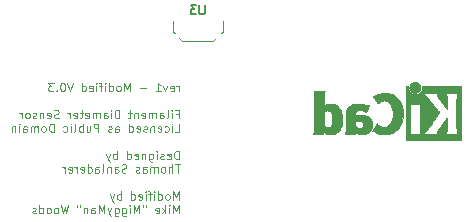
<source format=gbr>
%TF.GenerationSoftware,KiCad,Pcbnew,(5.1.9)-1*%
%TF.CreationDate,2021-03-20T03:42:34+00:00*%
%TF.ProjectId,filaSens-attiny84,66696c61-5365-46e7-932d-617474696e79,rev?*%
%TF.SameCoordinates,Original*%
%TF.FileFunction,Legend,Bot*%
%TF.FilePolarity,Positive*%
%FSLAX46Y46*%
G04 Gerber Fmt 4.6, Leading zero omitted, Abs format (unit mm)*
G04 Created by KiCad (PCBNEW (5.1.9)-1) date 2021-03-20 03:42:34*
%MOMM*%
%LPD*%
G01*
G04 APERTURE LIST*
%ADD10C,0.100000*%
%ADD11C,0.010000*%
%ADD12C,0.120000*%
%ADD13C,0.130000*%
G04 APERTURE END LIST*
D10*
X138401533Y-103307066D02*
X138401533Y-102840400D01*
X138401533Y-102973733D02*
X138368200Y-102907066D01*
X138334866Y-102873733D01*
X138268200Y-102840400D01*
X138201533Y-102840400D01*
X137701533Y-103273733D02*
X137768200Y-103307066D01*
X137901533Y-103307066D01*
X137968200Y-103273733D01*
X138001533Y-103207066D01*
X138001533Y-102940400D01*
X137968200Y-102873733D01*
X137901533Y-102840400D01*
X137768200Y-102840400D01*
X137701533Y-102873733D01*
X137668200Y-102940400D01*
X137668200Y-103007066D01*
X138001533Y-103073733D01*
X137434866Y-102840400D02*
X137268200Y-103307066D01*
X137101533Y-102840400D01*
X136468200Y-103307066D02*
X136868200Y-103307066D01*
X136668200Y-103307066D02*
X136668200Y-102607066D01*
X136734866Y-102707066D01*
X136801533Y-102773733D01*
X136868200Y-102807066D01*
X135634866Y-103040400D02*
X135101533Y-103040400D01*
X134234866Y-103307066D02*
X134234866Y-102607066D01*
X134001533Y-103107066D01*
X133768200Y-102607066D01*
X133768200Y-103307066D01*
X133334866Y-103307066D02*
X133401533Y-103273733D01*
X133434866Y-103240400D01*
X133468200Y-103173733D01*
X133468200Y-102973733D01*
X133434866Y-102907066D01*
X133401533Y-102873733D01*
X133334866Y-102840400D01*
X133234866Y-102840400D01*
X133168200Y-102873733D01*
X133134866Y-102907066D01*
X133101533Y-102973733D01*
X133101533Y-103173733D01*
X133134866Y-103240400D01*
X133168200Y-103273733D01*
X133234866Y-103307066D01*
X133334866Y-103307066D01*
X132501533Y-103307066D02*
X132501533Y-102607066D01*
X132501533Y-103273733D02*
X132568200Y-103307066D01*
X132701533Y-103307066D01*
X132768200Y-103273733D01*
X132801533Y-103240400D01*
X132834866Y-103173733D01*
X132834866Y-102973733D01*
X132801533Y-102907066D01*
X132768200Y-102873733D01*
X132701533Y-102840400D01*
X132568200Y-102840400D01*
X132501533Y-102873733D01*
X132168200Y-103307066D02*
X132168200Y-102840400D01*
X132168200Y-102607066D02*
X132201533Y-102640400D01*
X132168200Y-102673733D01*
X132134866Y-102640400D01*
X132168200Y-102607066D01*
X132168200Y-102673733D01*
X131934866Y-102840400D02*
X131668200Y-102840400D01*
X131834866Y-103307066D02*
X131834866Y-102707066D01*
X131801533Y-102640400D01*
X131734866Y-102607066D01*
X131668200Y-102607066D01*
X131434866Y-103307066D02*
X131434866Y-102840400D01*
X131434866Y-102607066D02*
X131468200Y-102640400D01*
X131434866Y-102673733D01*
X131401533Y-102640400D01*
X131434866Y-102607066D01*
X131434866Y-102673733D01*
X130834866Y-103273733D02*
X130901533Y-103307066D01*
X131034866Y-103307066D01*
X131101533Y-103273733D01*
X131134866Y-103207066D01*
X131134866Y-102940400D01*
X131101533Y-102873733D01*
X131034866Y-102840400D01*
X130901533Y-102840400D01*
X130834866Y-102873733D01*
X130801533Y-102940400D01*
X130801533Y-103007066D01*
X131134866Y-103073733D01*
X130201533Y-103307066D02*
X130201533Y-102607066D01*
X130201533Y-103273733D02*
X130268200Y-103307066D01*
X130401533Y-103307066D01*
X130468200Y-103273733D01*
X130501533Y-103240400D01*
X130534866Y-103173733D01*
X130534866Y-102973733D01*
X130501533Y-102907066D01*
X130468200Y-102873733D01*
X130401533Y-102840400D01*
X130268200Y-102840400D01*
X130201533Y-102873733D01*
X129434866Y-102607066D02*
X129201533Y-103307066D01*
X128968200Y-102607066D01*
X128601533Y-102607066D02*
X128534866Y-102607066D01*
X128468200Y-102640400D01*
X128434866Y-102673733D01*
X128401533Y-102740400D01*
X128368200Y-102873733D01*
X128368200Y-103040400D01*
X128401533Y-103173733D01*
X128434866Y-103240400D01*
X128468200Y-103273733D01*
X128534866Y-103307066D01*
X128601533Y-103307066D01*
X128668200Y-103273733D01*
X128701533Y-103240400D01*
X128734866Y-103173733D01*
X128768200Y-103040400D01*
X128768200Y-102873733D01*
X128734866Y-102740400D01*
X128701533Y-102673733D01*
X128668200Y-102640400D01*
X128601533Y-102607066D01*
X128068200Y-103240400D02*
X128034866Y-103273733D01*
X128068200Y-103307066D01*
X128101533Y-103273733D01*
X128068200Y-103240400D01*
X128068200Y-103307066D01*
X127801533Y-102607066D02*
X127368200Y-102607066D01*
X127601533Y-102873733D01*
X127501533Y-102873733D01*
X127434866Y-102907066D01*
X127401533Y-102940400D01*
X127368200Y-103007066D01*
X127368200Y-103173733D01*
X127401533Y-103240400D01*
X127434866Y-103273733D01*
X127501533Y-103307066D01*
X127701533Y-103307066D01*
X127768200Y-103273733D01*
X127801533Y-103240400D01*
X138168200Y-105240400D02*
X138401533Y-105240400D01*
X138401533Y-105607066D02*
X138401533Y-104907066D01*
X138068200Y-104907066D01*
X137801533Y-105607066D02*
X137801533Y-105140400D01*
X137801533Y-104907066D02*
X137834866Y-104940400D01*
X137801533Y-104973733D01*
X137768200Y-104940400D01*
X137801533Y-104907066D01*
X137801533Y-104973733D01*
X137368200Y-105607066D02*
X137434866Y-105573733D01*
X137468200Y-105507066D01*
X137468200Y-104907066D01*
X136801533Y-105607066D02*
X136801533Y-105240400D01*
X136834866Y-105173733D01*
X136901533Y-105140400D01*
X137034866Y-105140400D01*
X137101533Y-105173733D01*
X136801533Y-105573733D02*
X136868200Y-105607066D01*
X137034866Y-105607066D01*
X137101533Y-105573733D01*
X137134866Y-105507066D01*
X137134866Y-105440400D01*
X137101533Y-105373733D01*
X137034866Y-105340400D01*
X136868200Y-105340400D01*
X136801533Y-105307066D01*
X136468200Y-105607066D02*
X136468200Y-105140400D01*
X136468200Y-105207066D02*
X136434866Y-105173733D01*
X136368200Y-105140400D01*
X136268200Y-105140400D01*
X136201533Y-105173733D01*
X136168200Y-105240400D01*
X136168200Y-105607066D01*
X136168200Y-105240400D02*
X136134866Y-105173733D01*
X136068200Y-105140400D01*
X135968200Y-105140400D01*
X135901533Y-105173733D01*
X135868200Y-105240400D01*
X135868200Y-105607066D01*
X135268200Y-105573733D02*
X135334866Y-105607066D01*
X135468200Y-105607066D01*
X135534866Y-105573733D01*
X135568200Y-105507066D01*
X135568200Y-105240400D01*
X135534866Y-105173733D01*
X135468200Y-105140400D01*
X135334866Y-105140400D01*
X135268200Y-105173733D01*
X135234866Y-105240400D01*
X135234866Y-105307066D01*
X135568200Y-105373733D01*
X134934866Y-105140400D02*
X134934866Y-105607066D01*
X134934866Y-105207066D02*
X134901533Y-105173733D01*
X134834866Y-105140400D01*
X134734866Y-105140400D01*
X134668200Y-105173733D01*
X134634866Y-105240400D01*
X134634866Y-105607066D01*
X134401533Y-105140400D02*
X134134866Y-105140400D01*
X134301533Y-104907066D02*
X134301533Y-105507066D01*
X134268200Y-105573733D01*
X134201533Y-105607066D01*
X134134866Y-105607066D01*
X133368200Y-105607066D02*
X133368200Y-104907066D01*
X133201533Y-104907066D01*
X133101533Y-104940400D01*
X133034866Y-105007066D01*
X133001533Y-105073733D01*
X132968200Y-105207066D01*
X132968200Y-105307066D01*
X133001533Y-105440400D01*
X133034866Y-105507066D01*
X133101533Y-105573733D01*
X133201533Y-105607066D01*
X133368200Y-105607066D01*
X132668200Y-105607066D02*
X132668200Y-105140400D01*
X132668200Y-104907066D02*
X132701533Y-104940400D01*
X132668200Y-104973733D01*
X132634866Y-104940400D01*
X132668200Y-104907066D01*
X132668200Y-104973733D01*
X132034866Y-105607066D02*
X132034866Y-105240400D01*
X132068200Y-105173733D01*
X132134866Y-105140400D01*
X132268200Y-105140400D01*
X132334866Y-105173733D01*
X132034866Y-105573733D02*
X132101533Y-105607066D01*
X132268200Y-105607066D01*
X132334866Y-105573733D01*
X132368200Y-105507066D01*
X132368200Y-105440400D01*
X132334866Y-105373733D01*
X132268200Y-105340400D01*
X132101533Y-105340400D01*
X132034866Y-105307066D01*
X131701533Y-105607066D02*
X131701533Y-105140400D01*
X131701533Y-105207066D02*
X131668200Y-105173733D01*
X131601533Y-105140400D01*
X131501533Y-105140400D01*
X131434866Y-105173733D01*
X131401533Y-105240400D01*
X131401533Y-105607066D01*
X131401533Y-105240400D02*
X131368200Y-105173733D01*
X131301533Y-105140400D01*
X131201533Y-105140400D01*
X131134866Y-105173733D01*
X131101533Y-105240400D01*
X131101533Y-105607066D01*
X130501533Y-105573733D02*
X130568200Y-105607066D01*
X130701533Y-105607066D01*
X130768200Y-105573733D01*
X130801533Y-105507066D01*
X130801533Y-105240400D01*
X130768200Y-105173733D01*
X130701533Y-105140400D01*
X130568200Y-105140400D01*
X130501533Y-105173733D01*
X130468200Y-105240400D01*
X130468200Y-105307066D01*
X130801533Y-105373733D01*
X130268200Y-105140400D02*
X130001533Y-105140400D01*
X130168200Y-104907066D02*
X130168200Y-105507066D01*
X130134866Y-105573733D01*
X130068200Y-105607066D01*
X130001533Y-105607066D01*
X129501533Y-105573733D02*
X129568200Y-105607066D01*
X129701533Y-105607066D01*
X129768200Y-105573733D01*
X129801533Y-105507066D01*
X129801533Y-105240400D01*
X129768200Y-105173733D01*
X129701533Y-105140400D01*
X129568200Y-105140400D01*
X129501533Y-105173733D01*
X129468200Y-105240400D01*
X129468200Y-105307066D01*
X129801533Y-105373733D01*
X129168200Y-105607066D02*
X129168200Y-105140400D01*
X129168200Y-105273733D02*
X129134866Y-105207066D01*
X129101533Y-105173733D01*
X129034866Y-105140400D01*
X128968200Y-105140400D01*
X128234866Y-105573733D02*
X128134866Y-105607066D01*
X127968200Y-105607066D01*
X127901533Y-105573733D01*
X127868200Y-105540400D01*
X127834866Y-105473733D01*
X127834866Y-105407066D01*
X127868200Y-105340400D01*
X127901533Y-105307066D01*
X127968200Y-105273733D01*
X128101533Y-105240400D01*
X128168200Y-105207066D01*
X128201533Y-105173733D01*
X128234866Y-105107066D01*
X128234866Y-105040400D01*
X128201533Y-104973733D01*
X128168200Y-104940400D01*
X128101533Y-104907066D01*
X127934866Y-104907066D01*
X127834866Y-104940400D01*
X127268200Y-105573733D02*
X127334866Y-105607066D01*
X127468200Y-105607066D01*
X127534866Y-105573733D01*
X127568200Y-105507066D01*
X127568200Y-105240400D01*
X127534866Y-105173733D01*
X127468200Y-105140400D01*
X127334866Y-105140400D01*
X127268200Y-105173733D01*
X127234866Y-105240400D01*
X127234866Y-105307066D01*
X127568200Y-105373733D01*
X126934866Y-105140400D02*
X126934866Y-105607066D01*
X126934866Y-105207066D02*
X126901533Y-105173733D01*
X126834866Y-105140400D01*
X126734866Y-105140400D01*
X126668200Y-105173733D01*
X126634866Y-105240400D01*
X126634866Y-105607066D01*
X126334866Y-105573733D02*
X126268200Y-105607066D01*
X126134866Y-105607066D01*
X126068200Y-105573733D01*
X126034866Y-105507066D01*
X126034866Y-105473733D01*
X126068200Y-105407066D01*
X126134866Y-105373733D01*
X126234866Y-105373733D01*
X126301533Y-105340400D01*
X126334866Y-105273733D01*
X126334866Y-105240400D01*
X126301533Y-105173733D01*
X126234866Y-105140400D01*
X126134866Y-105140400D01*
X126068200Y-105173733D01*
X125634866Y-105607066D02*
X125701533Y-105573733D01*
X125734866Y-105540400D01*
X125768200Y-105473733D01*
X125768200Y-105273733D01*
X125734866Y-105207066D01*
X125701533Y-105173733D01*
X125634866Y-105140400D01*
X125534866Y-105140400D01*
X125468200Y-105173733D01*
X125434866Y-105207066D01*
X125401533Y-105273733D01*
X125401533Y-105473733D01*
X125434866Y-105540400D01*
X125468200Y-105573733D01*
X125534866Y-105607066D01*
X125634866Y-105607066D01*
X125101533Y-105607066D02*
X125101533Y-105140400D01*
X125101533Y-105273733D02*
X125068200Y-105207066D01*
X125034866Y-105173733D01*
X124968200Y-105140400D01*
X124901533Y-105140400D01*
X138068200Y-106757066D02*
X138401533Y-106757066D01*
X138401533Y-106057066D01*
X137834866Y-106757066D02*
X137834866Y-106290400D01*
X137834866Y-106057066D02*
X137868200Y-106090400D01*
X137834866Y-106123733D01*
X137801533Y-106090400D01*
X137834866Y-106057066D01*
X137834866Y-106123733D01*
X137201533Y-106723733D02*
X137268200Y-106757066D01*
X137401533Y-106757066D01*
X137468200Y-106723733D01*
X137501533Y-106690400D01*
X137534866Y-106623733D01*
X137534866Y-106423733D01*
X137501533Y-106357066D01*
X137468200Y-106323733D01*
X137401533Y-106290400D01*
X137268200Y-106290400D01*
X137201533Y-106323733D01*
X136634866Y-106723733D02*
X136701533Y-106757066D01*
X136834866Y-106757066D01*
X136901533Y-106723733D01*
X136934866Y-106657066D01*
X136934866Y-106390400D01*
X136901533Y-106323733D01*
X136834866Y-106290400D01*
X136701533Y-106290400D01*
X136634866Y-106323733D01*
X136601533Y-106390400D01*
X136601533Y-106457066D01*
X136934866Y-106523733D01*
X136301533Y-106290400D02*
X136301533Y-106757066D01*
X136301533Y-106357066D02*
X136268200Y-106323733D01*
X136201533Y-106290400D01*
X136101533Y-106290400D01*
X136034866Y-106323733D01*
X136001533Y-106390400D01*
X136001533Y-106757066D01*
X135701533Y-106723733D02*
X135634866Y-106757066D01*
X135501533Y-106757066D01*
X135434866Y-106723733D01*
X135401533Y-106657066D01*
X135401533Y-106623733D01*
X135434866Y-106557066D01*
X135501533Y-106523733D01*
X135601533Y-106523733D01*
X135668200Y-106490400D01*
X135701533Y-106423733D01*
X135701533Y-106390400D01*
X135668200Y-106323733D01*
X135601533Y-106290400D01*
X135501533Y-106290400D01*
X135434866Y-106323733D01*
X134834866Y-106723733D02*
X134901533Y-106757066D01*
X135034866Y-106757066D01*
X135101533Y-106723733D01*
X135134866Y-106657066D01*
X135134866Y-106390400D01*
X135101533Y-106323733D01*
X135034866Y-106290400D01*
X134901533Y-106290400D01*
X134834866Y-106323733D01*
X134801533Y-106390400D01*
X134801533Y-106457066D01*
X135134866Y-106523733D01*
X134201533Y-106757066D02*
X134201533Y-106057066D01*
X134201533Y-106723733D02*
X134268200Y-106757066D01*
X134401533Y-106757066D01*
X134468200Y-106723733D01*
X134501533Y-106690400D01*
X134534866Y-106623733D01*
X134534866Y-106423733D01*
X134501533Y-106357066D01*
X134468200Y-106323733D01*
X134401533Y-106290400D01*
X134268200Y-106290400D01*
X134201533Y-106323733D01*
X133034866Y-106757066D02*
X133034866Y-106390400D01*
X133068200Y-106323733D01*
X133134866Y-106290400D01*
X133268200Y-106290400D01*
X133334866Y-106323733D01*
X133034866Y-106723733D02*
X133101533Y-106757066D01*
X133268200Y-106757066D01*
X133334866Y-106723733D01*
X133368200Y-106657066D01*
X133368200Y-106590400D01*
X133334866Y-106523733D01*
X133268200Y-106490400D01*
X133101533Y-106490400D01*
X133034866Y-106457066D01*
X132734866Y-106723733D02*
X132668200Y-106757066D01*
X132534866Y-106757066D01*
X132468200Y-106723733D01*
X132434866Y-106657066D01*
X132434866Y-106623733D01*
X132468200Y-106557066D01*
X132534866Y-106523733D01*
X132634866Y-106523733D01*
X132701533Y-106490400D01*
X132734866Y-106423733D01*
X132734866Y-106390400D01*
X132701533Y-106323733D01*
X132634866Y-106290400D01*
X132534866Y-106290400D01*
X132468200Y-106323733D01*
X131601533Y-106757066D02*
X131601533Y-106057066D01*
X131334866Y-106057066D01*
X131268200Y-106090400D01*
X131234866Y-106123733D01*
X131201533Y-106190400D01*
X131201533Y-106290400D01*
X131234866Y-106357066D01*
X131268200Y-106390400D01*
X131334866Y-106423733D01*
X131601533Y-106423733D01*
X130601533Y-106290400D02*
X130601533Y-106757066D01*
X130901533Y-106290400D02*
X130901533Y-106657066D01*
X130868200Y-106723733D01*
X130801533Y-106757066D01*
X130701533Y-106757066D01*
X130634866Y-106723733D01*
X130601533Y-106690400D01*
X130268200Y-106757066D02*
X130268200Y-106057066D01*
X130268200Y-106323733D02*
X130201533Y-106290400D01*
X130068200Y-106290400D01*
X130001533Y-106323733D01*
X129968200Y-106357066D01*
X129934866Y-106423733D01*
X129934866Y-106623733D01*
X129968200Y-106690400D01*
X130001533Y-106723733D01*
X130068200Y-106757066D01*
X130201533Y-106757066D01*
X130268200Y-106723733D01*
X129534866Y-106757066D02*
X129601533Y-106723733D01*
X129634866Y-106657066D01*
X129634866Y-106057066D01*
X129268200Y-106757066D02*
X129268200Y-106290400D01*
X129268200Y-106057066D02*
X129301533Y-106090400D01*
X129268200Y-106123733D01*
X129234866Y-106090400D01*
X129268200Y-106057066D01*
X129268200Y-106123733D01*
X128634866Y-106723733D02*
X128701533Y-106757066D01*
X128834866Y-106757066D01*
X128901533Y-106723733D01*
X128934866Y-106690400D01*
X128968200Y-106623733D01*
X128968200Y-106423733D01*
X128934866Y-106357066D01*
X128901533Y-106323733D01*
X128834866Y-106290400D01*
X128701533Y-106290400D01*
X128634866Y-106323733D01*
X127801533Y-106757066D02*
X127801533Y-106057066D01*
X127634866Y-106057066D01*
X127534866Y-106090400D01*
X127468200Y-106157066D01*
X127434866Y-106223733D01*
X127401533Y-106357066D01*
X127401533Y-106457066D01*
X127434866Y-106590400D01*
X127468200Y-106657066D01*
X127534866Y-106723733D01*
X127634866Y-106757066D01*
X127801533Y-106757066D01*
X127001533Y-106757066D02*
X127068200Y-106723733D01*
X127101533Y-106690400D01*
X127134866Y-106623733D01*
X127134866Y-106423733D01*
X127101533Y-106357066D01*
X127068200Y-106323733D01*
X127001533Y-106290400D01*
X126901533Y-106290400D01*
X126834866Y-106323733D01*
X126801533Y-106357066D01*
X126768200Y-106423733D01*
X126768200Y-106623733D01*
X126801533Y-106690400D01*
X126834866Y-106723733D01*
X126901533Y-106757066D01*
X127001533Y-106757066D01*
X126468200Y-106757066D02*
X126468200Y-106290400D01*
X126468200Y-106357066D02*
X126434866Y-106323733D01*
X126368200Y-106290400D01*
X126268200Y-106290400D01*
X126201533Y-106323733D01*
X126168200Y-106390400D01*
X126168200Y-106757066D01*
X126168200Y-106390400D02*
X126134866Y-106323733D01*
X126068200Y-106290400D01*
X125968200Y-106290400D01*
X125901533Y-106323733D01*
X125868200Y-106390400D01*
X125868200Y-106757066D01*
X125234866Y-106757066D02*
X125234866Y-106390400D01*
X125268200Y-106323733D01*
X125334866Y-106290400D01*
X125468200Y-106290400D01*
X125534866Y-106323733D01*
X125234866Y-106723733D02*
X125301533Y-106757066D01*
X125468200Y-106757066D01*
X125534866Y-106723733D01*
X125568200Y-106657066D01*
X125568200Y-106590400D01*
X125534866Y-106523733D01*
X125468200Y-106490400D01*
X125301533Y-106490400D01*
X125234866Y-106457066D01*
X124901533Y-106757066D02*
X124901533Y-106290400D01*
X124901533Y-106057066D02*
X124934866Y-106090400D01*
X124901533Y-106123733D01*
X124868200Y-106090400D01*
X124901533Y-106057066D01*
X124901533Y-106123733D01*
X124568200Y-106290400D02*
X124568200Y-106757066D01*
X124568200Y-106357066D02*
X124534866Y-106323733D01*
X124468200Y-106290400D01*
X124368200Y-106290400D01*
X124301533Y-106323733D01*
X124268200Y-106390400D01*
X124268200Y-106757066D01*
X138401533Y-109057066D02*
X138401533Y-108357066D01*
X138234866Y-108357066D01*
X138134866Y-108390400D01*
X138068200Y-108457066D01*
X138034866Y-108523733D01*
X138001533Y-108657066D01*
X138001533Y-108757066D01*
X138034866Y-108890400D01*
X138068200Y-108957066D01*
X138134866Y-109023733D01*
X138234866Y-109057066D01*
X138401533Y-109057066D01*
X137434866Y-109023733D02*
X137501533Y-109057066D01*
X137634866Y-109057066D01*
X137701533Y-109023733D01*
X137734866Y-108957066D01*
X137734866Y-108690400D01*
X137701533Y-108623733D01*
X137634866Y-108590400D01*
X137501533Y-108590400D01*
X137434866Y-108623733D01*
X137401533Y-108690400D01*
X137401533Y-108757066D01*
X137734866Y-108823733D01*
X137134866Y-109023733D02*
X137068200Y-109057066D01*
X136934866Y-109057066D01*
X136868200Y-109023733D01*
X136834866Y-108957066D01*
X136834866Y-108923733D01*
X136868200Y-108857066D01*
X136934866Y-108823733D01*
X137034866Y-108823733D01*
X137101533Y-108790400D01*
X137134866Y-108723733D01*
X137134866Y-108690400D01*
X137101533Y-108623733D01*
X137034866Y-108590400D01*
X136934866Y-108590400D01*
X136868200Y-108623733D01*
X136534866Y-109057066D02*
X136534866Y-108590400D01*
X136534866Y-108357066D02*
X136568200Y-108390400D01*
X136534866Y-108423733D01*
X136501533Y-108390400D01*
X136534866Y-108357066D01*
X136534866Y-108423733D01*
X135901533Y-108590400D02*
X135901533Y-109157066D01*
X135934866Y-109223733D01*
X135968200Y-109257066D01*
X136034866Y-109290400D01*
X136134866Y-109290400D01*
X136201533Y-109257066D01*
X135901533Y-109023733D02*
X135968200Y-109057066D01*
X136101533Y-109057066D01*
X136168200Y-109023733D01*
X136201533Y-108990400D01*
X136234866Y-108923733D01*
X136234866Y-108723733D01*
X136201533Y-108657066D01*
X136168200Y-108623733D01*
X136101533Y-108590400D01*
X135968200Y-108590400D01*
X135901533Y-108623733D01*
X135568200Y-108590400D02*
X135568200Y-109057066D01*
X135568200Y-108657066D02*
X135534866Y-108623733D01*
X135468200Y-108590400D01*
X135368200Y-108590400D01*
X135301533Y-108623733D01*
X135268200Y-108690400D01*
X135268200Y-109057066D01*
X134668200Y-109023733D02*
X134734866Y-109057066D01*
X134868200Y-109057066D01*
X134934866Y-109023733D01*
X134968200Y-108957066D01*
X134968200Y-108690400D01*
X134934866Y-108623733D01*
X134868200Y-108590400D01*
X134734866Y-108590400D01*
X134668200Y-108623733D01*
X134634866Y-108690400D01*
X134634866Y-108757066D01*
X134968200Y-108823733D01*
X134034866Y-109057066D02*
X134034866Y-108357066D01*
X134034866Y-109023733D02*
X134101533Y-109057066D01*
X134234866Y-109057066D01*
X134301533Y-109023733D01*
X134334866Y-108990400D01*
X134368200Y-108923733D01*
X134368200Y-108723733D01*
X134334866Y-108657066D01*
X134301533Y-108623733D01*
X134234866Y-108590400D01*
X134101533Y-108590400D01*
X134034866Y-108623733D01*
X133168200Y-109057066D02*
X133168200Y-108357066D01*
X133168200Y-108623733D02*
X133101533Y-108590400D01*
X132968200Y-108590400D01*
X132901533Y-108623733D01*
X132868200Y-108657066D01*
X132834866Y-108723733D01*
X132834866Y-108923733D01*
X132868200Y-108990400D01*
X132901533Y-109023733D01*
X132968200Y-109057066D01*
X133101533Y-109057066D01*
X133168200Y-109023733D01*
X132601533Y-108590400D02*
X132434866Y-109057066D01*
X132268200Y-108590400D02*
X132434866Y-109057066D01*
X132501533Y-109223733D01*
X132534866Y-109257066D01*
X132601533Y-109290400D01*
X138501533Y-109507066D02*
X138101533Y-109507066D01*
X138301533Y-110207066D02*
X138301533Y-109507066D01*
X137868200Y-110207066D02*
X137868200Y-109507066D01*
X137568200Y-110207066D02*
X137568200Y-109840400D01*
X137601533Y-109773733D01*
X137668200Y-109740400D01*
X137768200Y-109740400D01*
X137834866Y-109773733D01*
X137868200Y-109807066D01*
X137134866Y-110207066D02*
X137201533Y-110173733D01*
X137234866Y-110140400D01*
X137268200Y-110073733D01*
X137268200Y-109873733D01*
X137234866Y-109807066D01*
X137201533Y-109773733D01*
X137134866Y-109740400D01*
X137034866Y-109740400D01*
X136968200Y-109773733D01*
X136934866Y-109807066D01*
X136901533Y-109873733D01*
X136901533Y-110073733D01*
X136934866Y-110140400D01*
X136968200Y-110173733D01*
X137034866Y-110207066D01*
X137134866Y-110207066D01*
X136601533Y-110207066D02*
X136601533Y-109740400D01*
X136601533Y-109807066D02*
X136568200Y-109773733D01*
X136501533Y-109740400D01*
X136401533Y-109740400D01*
X136334866Y-109773733D01*
X136301533Y-109840400D01*
X136301533Y-110207066D01*
X136301533Y-109840400D02*
X136268200Y-109773733D01*
X136201533Y-109740400D01*
X136101533Y-109740400D01*
X136034866Y-109773733D01*
X136001533Y-109840400D01*
X136001533Y-110207066D01*
X135368200Y-110207066D02*
X135368200Y-109840400D01*
X135401533Y-109773733D01*
X135468200Y-109740400D01*
X135601533Y-109740400D01*
X135668200Y-109773733D01*
X135368200Y-110173733D02*
X135434866Y-110207066D01*
X135601533Y-110207066D01*
X135668200Y-110173733D01*
X135701533Y-110107066D01*
X135701533Y-110040400D01*
X135668200Y-109973733D01*
X135601533Y-109940400D01*
X135434866Y-109940400D01*
X135368200Y-109907066D01*
X135068200Y-110173733D02*
X135001533Y-110207066D01*
X134868200Y-110207066D01*
X134801533Y-110173733D01*
X134768200Y-110107066D01*
X134768200Y-110073733D01*
X134801533Y-110007066D01*
X134868200Y-109973733D01*
X134968200Y-109973733D01*
X135034866Y-109940400D01*
X135068200Y-109873733D01*
X135068200Y-109840400D01*
X135034866Y-109773733D01*
X134968200Y-109740400D01*
X134868200Y-109740400D01*
X134801533Y-109773733D01*
X133968200Y-110173733D02*
X133868200Y-110207066D01*
X133701533Y-110207066D01*
X133634866Y-110173733D01*
X133601533Y-110140400D01*
X133568200Y-110073733D01*
X133568200Y-110007066D01*
X133601533Y-109940400D01*
X133634866Y-109907066D01*
X133701533Y-109873733D01*
X133834866Y-109840400D01*
X133901533Y-109807066D01*
X133934866Y-109773733D01*
X133968200Y-109707066D01*
X133968200Y-109640400D01*
X133934866Y-109573733D01*
X133901533Y-109540400D01*
X133834866Y-109507066D01*
X133668200Y-109507066D01*
X133568200Y-109540400D01*
X132968200Y-110207066D02*
X132968200Y-109840400D01*
X133001533Y-109773733D01*
X133068200Y-109740400D01*
X133201533Y-109740400D01*
X133268200Y-109773733D01*
X132968200Y-110173733D02*
X133034866Y-110207066D01*
X133201533Y-110207066D01*
X133268200Y-110173733D01*
X133301533Y-110107066D01*
X133301533Y-110040400D01*
X133268200Y-109973733D01*
X133201533Y-109940400D01*
X133034866Y-109940400D01*
X132968200Y-109907066D01*
X132634866Y-109740400D02*
X132634866Y-110207066D01*
X132634866Y-109807066D02*
X132601533Y-109773733D01*
X132534866Y-109740400D01*
X132434866Y-109740400D01*
X132368200Y-109773733D01*
X132334866Y-109840400D01*
X132334866Y-110207066D01*
X131901533Y-110207066D02*
X131968200Y-110173733D01*
X132001533Y-110107066D01*
X132001533Y-109507066D01*
X131334866Y-110207066D02*
X131334866Y-109840400D01*
X131368200Y-109773733D01*
X131434866Y-109740400D01*
X131568200Y-109740400D01*
X131634866Y-109773733D01*
X131334866Y-110173733D02*
X131401533Y-110207066D01*
X131568200Y-110207066D01*
X131634866Y-110173733D01*
X131668200Y-110107066D01*
X131668200Y-110040400D01*
X131634866Y-109973733D01*
X131568200Y-109940400D01*
X131401533Y-109940400D01*
X131334866Y-109907066D01*
X130701533Y-110207066D02*
X130701533Y-109507066D01*
X130701533Y-110173733D02*
X130768200Y-110207066D01*
X130901533Y-110207066D01*
X130968200Y-110173733D01*
X131001533Y-110140400D01*
X131034866Y-110073733D01*
X131034866Y-109873733D01*
X131001533Y-109807066D01*
X130968200Y-109773733D01*
X130901533Y-109740400D01*
X130768200Y-109740400D01*
X130701533Y-109773733D01*
X130101533Y-110173733D02*
X130168200Y-110207066D01*
X130301533Y-110207066D01*
X130368200Y-110173733D01*
X130401533Y-110107066D01*
X130401533Y-109840400D01*
X130368200Y-109773733D01*
X130301533Y-109740400D01*
X130168200Y-109740400D01*
X130101533Y-109773733D01*
X130068200Y-109840400D01*
X130068200Y-109907066D01*
X130401533Y-109973733D01*
X129768200Y-110207066D02*
X129768200Y-109740400D01*
X129768200Y-109873733D02*
X129734866Y-109807066D01*
X129701533Y-109773733D01*
X129634866Y-109740400D01*
X129568200Y-109740400D01*
X129068200Y-110173733D02*
X129134866Y-110207066D01*
X129268200Y-110207066D01*
X129334866Y-110173733D01*
X129368200Y-110107066D01*
X129368200Y-109840400D01*
X129334866Y-109773733D01*
X129268200Y-109740400D01*
X129134866Y-109740400D01*
X129068200Y-109773733D01*
X129034866Y-109840400D01*
X129034866Y-109907066D01*
X129368200Y-109973733D01*
X128734866Y-110207066D02*
X128734866Y-109740400D01*
X128734866Y-109873733D02*
X128701533Y-109807066D01*
X128668200Y-109773733D01*
X128601533Y-109740400D01*
X128534866Y-109740400D01*
X138401533Y-112507066D02*
X138401533Y-111807066D01*
X138168200Y-112307066D01*
X137934866Y-111807066D01*
X137934866Y-112507066D01*
X137501533Y-112507066D02*
X137568200Y-112473733D01*
X137601533Y-112440400D01*
X137634866Y-112373733D01*
X137634866Y-112173733D01*
X137601533Y-112107066D01*
X137568200Y-112073733D01*
X137501533Y-112040400D01*
X137401533Y-112040400D01*
X137334866Y-112073733D01*
X137301533Y-112107066D01*
X137268200Y-112173733D01*
X137268200Y-112373733D01*
X137301533Y-112440400D01*
X137334866Y-112473733D01*
X137401533Y-112507066D01*
X137501533Y-112507066D01*
X136668200Y-112507066D02*
X136668200Y-111807066D01*
X136668200Y-112473733D02*
X136734866Y-112507066D01*
X136868200Y-112507066D01*
X136934866Y-112473733D01*
X136968200Y-112440400D01*
X137001533Y-112373733D01*
X137001533Y-112173733D01*
X136968200Y-112107066D01*
X136934866Y-112073733D01*
X136868200Y-112040400D01*
X136734866Y-112040400D01*
X136668200Y-112073733D01*
X136334866Y-112507066D02*
X136334866Y-112040400D01*
X136334866Y-111807066D02*
X136368200Y-111840400D01*
X136334866Y-111873733D01*
X136301533Y-111840400D01*
X136334866Y-111807066D01*
X136334866Y-111873733D01*
X136101533Y-112040400D02*
X135834866Y-112040400D01*
X136001533Y-112507066D02*
X136001533Y-111907066D01*
X135968200Y-111840400D01*
X135901533Y-111807066D01*
X135834866Y-111807066D01*
X135601533Y-112507066D02*
X135601533Y-112040400D01*
X135601533Y-111807066D02*
X135634866Y-111840400D01*
X135601533Y-111873733D01*
X135568200Y-111840400D01*
X135601533Y-111807066D01*
X135601533Y-111873733D01*
X135001533Y-112473733D02*
X135068200Y-112507066D01*
X135201533Y-112507066D01*
X135268200Y-112473733D01*
X135301533Y-112407066D01*
X135301533Y-112140400D01*
X135268200Y-112073733D01*
X135201533Y-112040400D01*
X135068200Y-112040400D01*
X135001533Y-112073733D01*
X134968200Y-112140400D01*
X134968200Y-112207066D01*
X135301533Y-112273733D01*
X134368200Y-112507066D02*
X134368200Y-111807066D01*
X134368200Y-112473733D02*
X134434866Y-112507066D01*
X134568200Y-112507066D01*
X134634866Y-112473733D01*
X134668200Y-112440400D01*
X134701533Y-112373733D01*
X134701533Y-112173733D01*
X134668200Y-112107066D01*
X134634866Y-112073733D01*
X134568200Y-112040400D01*
X134434866Y-112040400D01*
X134368200Y-112073733D01*
X133501533Y-112507066D02*
X133501533Y-111807066D01*
X133501533Y-112073733D02*
X133434866Y-112040400D01*
X133301533Y-112040400D01*
X133234866Y-112073733D01*
X133201533Y-112107066D01*
X133168200Y-112173733D01*
X133168200Y-112373733D01*
X133201533Y-112440400D01*
X133234866Y-112473733D01*
X133301533Y-112507066D01*
X133434866Y-112507066D01*
X133501533Y-112473733D01*
X132934866Y-112040400D02*
X132768200Y-112507066D01*
X132601533Y-112040400D02*
X132768200Y-112507066D01*
X132834866Y-112673733D01*
X132868200Y-112707066D01*
X132934866Y-112740400D01*
X138401533Y-113657066D02*
X138401533Y-112957066D01*
X138168200Y-113457066D01*
X137934866Y-112957066D01*
X137934866Y-113657066D01*
X137601533Y-113657066D02*
X137601533Y-113190400D01*
X137601533Y-112957066D02*
X137634866Y-112990400D01*
X137601533Y-113023733D01*
X137568200Y-112990400D01*
X137601533Y-112957066D01*
X137601533Y-113023733D01*
X137268200Y-113657066D02*
X137268200Y-112957066D01*
X137201533Y-113390400D02*
X137001533Y-113657066D01*
X137001533Y-113190400D02*
X137268200Y-113457066D01*
X136434866Y-113623733D02*
X136501533Y-113657066D01*
X136634866Y-113657066D01*
X136701533Y-113623733D01*
X136734866Y-113557066D01*
X136734866Y-113290400D01*
X136701533Y-113223733D01*
X136634866Y-113190400D01*
X136501533Y-113190400D01*
X136434866Y-113223733D01*
X136401533Y-113290400D01*
X136401533Y-113357066D01*
X136734866Y-113423733D01*
X135601533Y-112957066D02*
X135601533Y-113090400D01*
X135334866Y-112957066D02*
X135334866Y-113090400D01*
X135034866Y-113657066D02*
X135034866Y-112957066D01*
X134801533Y-113457066D01*
X134568200Y-112957066D01*
X134568200Y-113657066D01*
X134234866Y-113657066D02*
X134234866Y-113190400D01*
X134234866Y-112957066D02*
X134268200Y-112990400D01*
X134234866Y-113023733D01*
X134201533Y-112990400D01*
X134234866Y-112957066D01*
X134234866Y-113023733D01*
X133601533Y-113190400D02*
X133601533Y-113757066D01*
X133634866Y-113823733D01*
X133668200Y-113857066D01*
X133734866Y-113890400D01*
X133834866Y-113890400D01*
X133901533Y-113857066D01*
X133601533Y-113623733D02*
X133668200Y-113657066D01*
X133801533Y-113657066D01*
X133868200Y-113623733D01*
X133901533Y-113590400D01*
X133934866Y-113523733D01*
X133934866Y-113323733D01*
X133901533Y-113257066D01*
X133868200Y-113223733D01*
X133801533Y-113190400D01*
X133668200Y-113190400D01*
X133601533Y-113223733D01*
X132968200Y-113190400D02*
X132968200Y-113757066D01*
X133001533Y-113823733D01*
X133034866Y-113857066D01*
X133101533Y-113890400D01*
X133201533Y-113890400D01*
X133268200Y-113857066D01*
X132968200Y-113623733D02*
X133034866Y-113657066D01*
X133168200Y-113657066D01*
X133234866Y-113623733D01*
X133268200Y-113590400D01*
X133301533Y-113523733D01*
X133301533Y-113323733D01*
X133268200Y-113257066D01*
X133234866Y-113223733D01*
X133168200Y-113190400D01*
X133034866Y-113190400D01*
X132968200Y-113223733D01*
X132701533Y-113190400D02*
X132534866Y-113657066D01*
X132368200Y-113190400D02*
X132534866Y-113657066D01*
X132601533Y-113823733D01*
X132634866Y-113857066D01*
X132701533Y-113890400D01*
X132101533Y-113657066D02*
X132101533Y-112957066D01*
X131868200Y-113457066D01*
X131634866Y-112957066D01*
X131634866Y-113657066D01*
X131001533Y-113657066D02*
X131001533Y-113290400D01*
X131034866Y-113223733D01*
X131101533Y-113190400D01*
X131234866Y-113190400D01*
X131301533Y-113223733D01*
X131001533Y-113623733D02*
X131068200Y-113657066D01*
X131234866Y-113657066D01*
X131301533Y-113623733D01*
X131334866Y-113557066D01*
X131334866Y-113490400D01*
X131301533Y-113423733D01*
X131234866Y-113390400D01*
X131068200Y-113390400D01*
X131001533Y-113357066D01*
X130668200Y-113190400D02*
X130668200Y-113657066D01*
X130668200Y-113257066D02*
X130634866Y-113223733D01*
X130568200Y-113190400D01*
X130468200Y-113190400D01*
X130401533Y-113223733D01*
X130368200Y-113290400D01*
X130368200Y-113657066D01*
X130068200Y-112957066D02*
X130068200Y-113090400D01*
X129801533Y-112957066D02*
X129801533Y-113090400D01*
X129034866Y-112957066D02*
X128868200Y-113657066D01*
X128734866Y-113157066D01*
X128601533Y-113657066D01*
X128434866Y-112957066D01*
X128068200Y-113657066D02*
X128134866Y-113623733D01*
X128168200Y-113590400D01*
X128201533Y-113523733D01*
X128201533Y-113323733D01*
X128168200Y-113257066D01*
X128134866Y-113223733D01*
X128068200Y-113190400D01*
X127968200Y-113190400D01*
X127901533Y-113223733D01*
X127868200Y-113257066D01*
X127834866Y-113323733D01*
X127834866Y-113523733D01*
X127868200Y-113590400D01*
X127901533Y-113623733D01*
X127968200Y-113657066D01*
X128068200Y-113657066D01*
X127434866Y-113657066D02*
X127501533Y-113623733D01*
X127534866Y-113590400D01*
X127568200Y-113523733D01*
X127568200Y-113323733D01*
X127534866Y-113257066D01*
X127501533Y-113223733D01*
X127434866Y-113190400D01*
X127334866Y-113190400D01*
X127268200Y-113223733D01*
X127234866Y-113257066D01*
X127201533Y-113323733D01*
X127201533Y-113523733D01*
X127234866Y-113590400D01*
X127268200Y-113623733D01*
X127334866Y-113657066D01*
X127434866Y-113657066D01*
X126601533Y-113657066D02*
X126601533Y-112957066D01*
X126601533Y-113623733D02*
X126668200Y-113657066D01*
X126801533Y-113657066D01*
X126868200Y-113623733D01*
X126901533Y-113590400D01*
X126934866Y-113523733D01*
X126934866Y-113323733D01*
X126901533Y-113257066D01*
X126868200Y-113223733D01*
X126801533Y-113190400D01*
X126668200Y-113190400D01*
X126601533Y-113223733D01*
X126301533Y-113623733D02*
X126234866Y-113657066D01*
X126101533Y-113657066D01*
X126034866Y-113623733D01*
X126001533Y-113557066D01*
X126001533Y-113523733D01*
X126034866Y-113457066D01*
X126101533Y-113423733D01*
X126201533Y-113423733D01*
X126268200Y-113390400D01*
X126301533Y-113323733D01*
X126301533Y-113290400D01*
X126268200Y-113223733D01*
X126201533Y-113190400D01*
X126101533Y-113190400D01*
X126034866Y-113223733D01*
D11*
%TO.C,REF\u002A\u002A*%
G36*
X158330805Y-102528059D02*
G01*
X158234530Y-102552297D01*
X158147946Y-102595129D01*
X158073135Y-102654907D01*
X158012180Y-102729982D01*
X157967161Y-102818708D01*
X157940898Y-102915018D01*
X157935048Y-103012283D01*
X157949902Y-103106142D01*
X157983602Y-103193999D01*
X158034290Y-103273258D01*
X158100107Y-103341324D01*
X158179196Y-103395600D01*
X158269696Y-103433490D01*
X158320962Y-103445914D01*
X158365460Y-103453435D01*
X158399761Y-103456407D01*
X158432722Y-103454582D01*
X158473196Y-103447713D01*
X158506293Y-103440738D01*
X158599709Y-103409229D01*
X158683381Y-103358105D01*
X158755427Y-103288917D01*
X158813962Y-103203216D01*
X158827910Y-103175977D01*
X158844348Y-103139610D01*
X158854656Y-103109070D01*
X158860222Y-103076938D01*
X158862431Y-103035795D01*
X158862710Y-102989710D01*
X158858623Y-102905353D01*
X158845208Y-102836074D01*
X158820018Y-102775449D01*
X158780608Y-102717055D01*
X158742060Y-102672790D01*
X158670168Y-102606972D01*
X158595075Y-102561541D01*
X158512324Y-102534338D01*
X158434690Y-102524064D01*
X158330805Y-102528059D01*
G37*
X158330805Y-102528059D02*
X158234530Y-102552297D01*
X158147946Y-102595129D01*
X158073135Y-102654907D01*
X158012180Y-102729982D01*
X157967161Y-102818708D01*
X157940898Y-102915018D01*
X157935048Y-103012283D01*
X157949902Y-103106142D01*
X157983602Y-103193999D01*
X158034290Y-103273258D01*
X158100107Y-103341324D01*
X158179196Y-103395600D01*
X158269696Y-103433490D01*
X158320962Y-103445914D01*
X158365460Y-103453435D01*
X158399761Y-103456407D01*
X158432722Y-103454582D01*
X158473196Y-103447713D01*
X158506293Y-103440738D01*
X158599709Y-103409229D01*
X158683381Y-103358105D01*
X158755427Y-103288917D01*
X158813962Y-103203216D01*
X158827910Y-103175977D01*
X158844348Y-103139610D01*
X158854656Y-103109070D01*
X158860222Y-103076938D01*
X158862431Y-103035795D01*
X158862710Y-102989710D01*
X158858623Y-102905353D01*
X158845208Y-102836074D01*
X158820018Y-102775449D01*
X158780608Y-102717055D01*
X158742060Y-102672790D01*
X158670168Y-102606972D01*
X158595075Y-102561541D01*
X158512324Y-102534338D01*
X158434690Y-102524064D01*
X158330805Y-102528059D01*
G36*
X149871255Y-104973733D02*
G01*
X149871236Y-105208150D01*
X149871210Y-105421091D01*
X149871137Y-105613656D01*
X149870980Y-105786947D01*
X149870698Y-105942064D01*
X149870253Y-106080108D01*
X149869606Y-106202180D01*
X149868717Y-106309382D01*
X149867549Y-106402814D01*
X149866061Y-106483578D01*
X149864216Y-106552774D01*
X149861973Y-106611503D01*
X149859293Y-106660867D01*
X149856139Y-106701966D01*
X149852470Y-106735901D01*
X149848249Y-106763774D01*
X149843435Y-106786686D01*
X149837989Y-106805737D01*
X149831874Y-106822028D01*
X149825050Y-106836661D01*
X149817477Y-106850737D01*
X149809117Y-106865356D01*
X149803923Y-106874462D01*
X149769658Y-106935177D01*
X150627807Y-106935177D01*
X150627807Y-106839221D01*
X150628538Y-106795858D01*
X150630490Y-106762693D01*
X150633299Y-106744912D01*
X150634541Y-106743266D01*
X150645963Y-106750150D01*
X150668678Y-106767993D01*
X150691377Y-106787367D01*
X150745962Y-106828102D01*
X150815441Y-106869105D01*
X150892492Y-106906611D01*
X150969797Y-106936852D01*
X151000649Y-106946500D01*
X151069146Y-106961066D01*
X151151998Y-106971027D01*
X151241391Y-106976071D01*
X151329514Y-106975884D01*
X151408555Y-106970154D01*
X151446251Y-106964346D01*
X151584348Y-106926285D01*
X151711649Y-106868561D01*
X151827470Y-106791699D01*
X151931125Y-106696227D01*
X152021929Y-106582667D01*
X152088731Y-106471869D01*
X152143598Y-106355113D01*
X152185599Y-106235764D01*
X152215595Y-106109771D01*
X152234451Y-105973082D01*
X152243030Y-105821646D01*
X152243756Y-105744199D01*
X152241662Y-105687422D01*
X151412545Y-105687422D01*
X151412338Y-105780490D01*
X151409425Y-105868180D01*
X151403762Y-105945260D01*
X151395307Y-106006497D01*
X151392724Y-106018838D01*
X151360922Y-106126121D01*
X151319264Y-106213146D01*
X151267399Y-106280130D01*
X151204981Y-106327293D01*
X151131662Y-106354853D01*
X151047093Y-106363029D01*
X150950927Y-106352039D01*
X150887451Y-106336317D01*
X150838308Y-106318127D01*
X150784179Y-106292279D01*
X150743518Y-106268577D01*
X150672962Y-106222209D01*
X150672962Y-105072018D01*
X150740370Y-105028450D01*
X150818895Y-104987528D01*
X150903081Y-104960877D01*
X150988205Y-104948953D01*
X151069546Y-104952210D01*
X151142382Y-104971103D01*
X151174336Y-104986672D01*
X151232261Y-105029669D01*
X151281218Y-105086441D01*
X151322372Y-105159063D01*
X151356888Y-105249609D01*
X151385929Y-105360154D01*
X151387210Y-105366021D01*
X151397381Y-105428276D01*
X151405023Y-105506082D01*
X151410092Y-105594208D01*
X151412545Y-105687422D01*
X152241662Y-105687422D01*
X152235905Y-105531383D01*
X152213960Y-105335547D01*
X152177976Y-105156820D01*
X152128003Y-104995333D01*
X152064094Y-104851214D01*
X151986300Y-104724594D01*
X151894673Y-104615603D01*
X151789265Y-104524371D01*
X151744100Y-104493420D01*
X151643151Y-104437273D01*
X151539861Y-104397662D01*
X151429773Y-104373502D01*
X151308432Y-104363707D01*
X151215926Y-104364753D01*
X151086272Y-104375719D01*
X150973678Y-104397534D01*
X150874887Y-104431202D01*
X150786641Y-104477724D01*
X150737776Y-104511936D01*
X150708409Y-104533850D01*
X150686719Y-104548821D01*
X150678509Y-104553221D01*
X150676894Y-104542392D01*
X150675603Y-104511739D01*
X150674624Y-104464014D01*
X150673945Y-104401967D01*
X150673552Y-104328350D01*
X150673432Y-104245915D01*
X150673574Y-104157413D01*
X150673965Y-104065595D01*
X150674591Y-103973212D01*
X150675442Y-103883016D01*
X150676502Y-103797759D01*
X150677761Y-103720191D01*
X150679206Y-103653064D01*
X150680824Y-103599129D01*
X150682601Y-103561138D01*
X150683093Y-103554155D01*
X150690670Y-103483739D01*
X150702231Y-103428590D01*
X150719970Y-103381469D01*
X150746080Y-103335135D01*
X150752347Y-103325555D01*
X150776779Y-103288866D01*
X149871451Y-103288866D01*
X149871255Y-104973733D01*
G37*
X149871255Y-104973733D02*
X149871236Y-105208150D01*
X149871210Y-105421091D01*
X149871137Y-105613656D01*
X149870980Y-105786947D01*
X149870698Y-105942064D01*
X149870253Y-106080108D01*
X149869606Y-106202180D01*
X149868717Y-106309382D01*
X149867549Y-106402814D01*
X149866061Y-106483578D01*
X149864216Y-106552774D01*
X149861973Y-106611503D01*
X149859293Y-106660867D01*
X149856139Y-106701966D01*
X149852470Y-106735901D01*
X149848249Y-106763774D01*
X149843435Y-106786686D01*
X149837989Y-106805737D01*
X149831874Y-106822028D01*
X149825050Y-106836661D01*
X149817477Y-106850737D01*
X149809117Y-106865356D01*
X149803923Y-106874462D01*
X149769658Y-106935177D01*
X150627807Y-106935177D01*
X150627807Y-106839221D01*
X150628538Y-106795858D01*
X150630490Y-106762693D01*
X150633299Y-106744912D01*
X150634541Y-106743266D01*
X150645963Y-106750150D01*
X150668678Y-106767993D01*
X150691377Y-106787367D01*
X150745962Y-106828102D01*
X150815441Y-106869105D01*
X150892492Y-106906611D01*
X150969797Y-106936852D01*
X151000649Y-106946500D01*
X151069146Y-106961066D01*
X151151998Y-106971027D01*
X151241391Y-106976071D01*
X151329514Y-106975884D01*
X151408555Y-106970154D01*
X151446251Y-106964346D01*
X151584348Y-106926285D01*
X151711649Y-106868561D01*
X151827470Y-106791699D01*
X151931125Y-106696227D01*
X152021929Y-106582667D01*
X152088731Y-106471869D01*
X152143598Y-106355113D01*
X152185599Y-106235764D01*
X152215595Y-106109771D01*
X152234451Y-105973082D01*
X152243030Y-105821646D01*
X152243756Y-105744199D01*
X152241662Y-105687422D01*
X151412545Y-105687422D01*
X151412338Y-105780490D01*
X151409425Y-105868180D01*
X151403762Y-105945260D01*
X151395307Y-106006497D01*
X151392724Y-106018838D01*
X151360922Y-106126121D01*
X151319264Y-106213146D01*
X151267399Y-106280130D01*
X151204981Y-106327293D01*
X151131662Y-106354853D01*
X151047093Y-106363029D01*
X150950927Y-106352039D01*
X150887451Y-106336317D01*
X150838308Y-106318127D01*
X150784179Y-106292279D01*
X150743518Y-106268577D01*
X150672962Y-106222209D01*
X150672962Y-105072018D01*
X150740370Y-105028450D01*
X150818895Y-104987528D01*
X150903081Y-104960877D01*
X150988205Y-104948953D01*
X151069546Y-104952210D01*
X151142382Y-104971103D01*
X151174336Y-104986672D01*
X151232261Y-105029669D01*
X151281218Y-105086441D01*
X151322372Y-105159063D01*
X151356888Y-105249609D01*
X151385929Y-105360154D01*
X151387210Y-105366021D01*
X151397381Y-105428276D01*
X151405023Y-105506082D01*
X151410092Y-105594208D01*
X151412545Y-105687422D01*
X152241662Y-105687422D01*
X152235905Y-105531383D01*
X152213960Y-105335547D01*
X152177976Y-105156820D01*
X152128003Y-104995333D01*
X152064094Y-104851214D01*
X151986300Y-104724594D01*
X151894673Y-104615603D01*
X151789265Y-104524371D01*
X151744100Y-104493420D01*
X151643151Y-104437273D01*
X151539861Y-104397662D01*
X151429773Y-104373502D01*
X151308432Y-104363707D01*
X151215926Y-104364753D01*
X151086272Y-104375719D01*
X150973678Y-104397534D01*
X150874887Y-104431202D01*
X150786641Y-104477724D01*
X150737776Y-104511936D01*
X150708409Y-104533850D01*
X150686719Y-104548821D01*
X150678509Y-104553221D01*
X150676894Y-104542392D01*
X150675603Y-104511739D01*
X150674624Y-104464014D01*
X150673945Y-104401967D01*
X150673552Y-104328350D01*
X150673432Y-104245915D01*
X150673574Y-104157413D01*
X150673965Y-104065595D01*
X150674591Y-103973212D01*
X150675442Y-103883016D01*
X150676502Y-103797759D01*
X150677761Y-103720191D01*
X150679206Y-103653064D01*
X150680824Y-103599129D01*
X150682601Y-103561138D01*
X150683093Y-103554155D01*
X150690670Y-103483739D01*
X150702231Y-103428590D01*
X150719970Y-103381469D01*
X150746080Y-103335135D01*
X150752347Y-103325555D01*
X150776779Y-103288866D01*
X149871451Y-103288866D01*
X149871255Y-104973733D01*
G36*
X153384188Y-104368040D02*
G01*
X153232270Y-104388055D01*
X153097006Y-104421690D01*
X152977523Y-104469213D01*
X152872947Y-104530893D01*
X152795338Y-104594453D01*
X152726497Y-104668587D01*
X152672756Y-104748359D01*
X152629852Y-104840579D01*
X152614378Y-104883649D01*
X152601518Y-104922630D01*
X152590316Y-104958777D01*
X152580642Y-104993922D01*
X152572366Y-105029898D01*
X152565359Y-105068538D01*
X152559490Y-105111673D01*
X152554631Y-105161137D01*
X152550652Y-105218761D01*
X152547422Y-105286379D01*
X152544813Y-105365822D01*
X152542695Y-105458924D01*
X152540938Y-105567515D01*
X152539413Y-105693430D01*
X152537990Y-105838500D01*
X152536737Y-105981266D01*
X152535411Y-106137456D01*
X152534206Y-106272727D01*
X152532996Y-106388734D01*
X152531656Y-106487133D01*
X152530062Y-106569581D01*
X152528087Y-106637734D01*
X152525606Y-106693248D01*
X152522493Y-106737780D01*
X152518624Y-106772986D01*
X152513873Y-106800522D01*
X152508114Y-106822044D01*
X152501223Y-106839210D01*
X152493073Y-106853674D01*
X152483539Y-106867094D01*
X152472496Y-106881126D01*
X152468196Y-106886559D01*
X152452376Y-106909398D01*
X152445340Y-106924951D01*
X152445318Y-106925410D01*
X152456195Y-106927609D01*
X152487180Y-106929635D01*
X152535805Y-106931430D01*
X152599599Y-106932939D01*
X152676093Y-106934104D01*
X152762818Y-106934868D01*
X152857305Y-106935174D01*
X152868212Y-106935177D01*
X153291105Y-106935177D01*
X153294367Y-106839110D01*
X153297629Y-106743044D01*
X153359718Y-106794031D01*
X153457048Y-106861545D01*
X153566949Y-106916237D01*
X153653413Y-106946466D01*
X153722484Y-106961154D01*
X153805837Y-106971147D01*
X153895603Y-106976134D01*
X153983917Y-106975801D01*
X154062911Y-106969839D01*
X154099140Y-106964126D01*
X154239159Y-106926264D01*
X154365584Y-106871420D01*
X154477502Y-106800412D01*
X154574000Y-106714056D01*
X154654162Y-106613167D01*
X154717075Y-106498564D01*
X154761450Y-106372472D01*
X154773784Y-106315889D01*
X154781394Y-106253690D01*
X154785023Y-106178851D01*
X154785517Y-106144955D01*
X154785452Y-106141770D01*
X154025514Y-106141770D01*
X154016221Y-106216821D01*
X153988034Y-106280648D01*
X153939565Y-106336286D01*
X153934508Y-106340699D01*
X153886214Y-106375525D01*
X153834505Y-106398108D01*
X153773773Y-106410028D01*
X153698410Y-106412871D01*
X153680303Y-106412466D01*
X153626484Y-106409813D01*
X153586454Y-106404397D01*
X153551438Y-106394233D01*
X153512659Y-106377338D01*
X153502017Y-106372160D01*
X153441366Y-106336332D01*
X153394547Y-106293700D01*
X153381810Y-106278461D01*
X153337140Y-106221950D01*
X153337140Y-106026074D01*
X153337676Y-105947427D01*
X153339366Y-105889476D01*
X153342334Y-105850363D01*
X153346705Y-105828229D01*
X153350790Y-105821762D01*
X153366715Y-105818599D01*
X153400498Y-105815976D01*
X153447422Y-105814143D01*
X153502769Y-105813345D01*
X153511656Y-105813330D01*
X153632432Y-105818584D01*
X153735102Y-105834751D01*
X153821656Y-105862449D01*
X153894081Y-105902296D01*
X153949011Y-105949246D01*
X153993558Y-106007133D01*
X154018282Y-106070181D01*
X154025514Y-106141770D01*
X154785452Y-106141770D01*
X154783584Y-106051200D01*
X154775240Y-105972300D01*
X154758994Y-105901078D01*
X154733357Y-105830352D01*
X154709361Y-105777981D01*
X154650742Y-105682684D01*
X154572645Y-105594658D01*
X154477447Y-105515505D01*
X154367524Y-105446828D01*
X154245252Y-105390229D01*
X154113007Y-105347309D01*
X154048340Y-105332370D01*
X153912158Y-105310265D01*
X153763713Y-105295682D01*
X153612257Y-105289301D01*
X153485698Y-105290933D01*
X153323812Y-105297712D01*
X153331232Y-105238733D01*
X153350524Y-105139580D01*
X153381658Y-105058860D01*
X153425493Y-104995954D01*
X153482891Y-104950244D01*
X153554714Y-104921110D01*
X153641821Y-104907935D01*
X153745076Y-104910099D01*
X153783051Y-104914100D01*
X153924242Y-104939268D01*
X154061055Y-104980302D01*
X154155584Y-105018303D01*
X154200744Y-105037678D01*
X154239177Y-105053248D01*
X154265528Y-105062893D01*
X154273216Y-105064940D01*
X154282960Y-105055862D01*
X154299679Y-105026893D01*
X154323530Y-104977705D01*
X154354669Y-104907972D01*
X154393255Y-104817367D01*
X154399852Y-104801577D01*
X154429909Y-104729260D01*
X154456888Y-104663913D01*
X154479626Y-104608394D01*
X154496956Y-104565560D01*
X154507714Y-104538269D01*
X154510821Y-104529430D01*
X154500822Y-104524675D01*
X154474545Y-104519398D01*
X154446273Y-104515719D01*
X154416116Y-104510962D01*
X154368329Y-104501516D01*
X154307150Y-104488308D01*
X154236816Y-104472264D01*
X154161568Y-104454308D01*
X154133007Y-104447285D01*
X154027946Y-104421697D01*
X153940282Y-104401635D01*
X153865694Y-104386457D01*
X153799859Y-104375523D01*
X153738455Y-104368192D01*
X153677160Y-104363823D01*
X153611652Y-104361775D01*
X153553634Y-104361377D01*
X153384188Y-104368040D01*
G37*
X153384188Y-104368040D02*
X153232270Y-104388055D01*
X153097006Y-104421690D01*
X152977523Y-104469213D01*
X152872947Y-104530893D01*
X152795338Y-104594453D01*
X152726497Y-104668587D01*
X152672756Y-104748359D01*
X152629852Y-104840579D01*
X152614378Y-104883649D01*
X152601518Y-104922630D01*
X152590316Y-104958777D01*
X152580642Y-104993922D01*
X152572366Y-105029898D01*
X152565359Y-105068538D01*
X152559490Y-105111673D01*
X152554631Y-105161137D01*
X152550652Y-105218761D01*
X152547422Y-105286379D01*
X152544813Y-105365822D01*
X152542695Y-105458924D01*
X152540938Y-105567515D01*
X152539413Y-105693430D01*
X152537990Y-105838500D01*
X152536737Y-105981266D01*
X152535411Y-106137456D01*
X152534206Y-106272727D01*
X152532996Y-106388734D01*
X152531656Y-106487133D01*
X152530062Y-106569581D01*
X152528087Y-106637734D01*
X152525606Y-106693248D01*
X152522493Y-106737780D01*
X152518624Y-106772986D01*
X152513873Y-106800522D01*
X152508114Y-106822044D01*
X152501223Y-106839210D01*
X152493073Y-106853674D01*
X152483539Y-106867094D01*
X152472496Y-106881126D01*
X152468196Y-106886559D01*
X152452376Y-106909398D01*
X152445340Y-106924951D01*
X152445318Y-106925410D01*
X152456195Y-106927609D01*
X152487180Y-106929635D01*
X152535805Y-106931430D01*
X152599599Y-106932939D01*
X152676093Y-106934104D01*
X152762818Y-106934868D01*
X152857305Y-106935174D01*
X152868212Y-106935177D01*
X153291105Y-106935177D01*
X153294367Y-106839110D01*
X153297629Y-106743044D01*
X153359718Y-106794031D01*
X153457048Y-106861545D01*
X153566949Y-106916237D01*
X153653413Y-106946466D01*
X153722484Y-106961154D01*
X153805837Y-106971147D01*
X153895603Y-106976134D01*
X153983917Y-106975801D01*
X154062911Y-106969839D01*
X154099140Y-106964126D01*
X154239159Y-106926264D01*
X154365584Y-106871420D01*
X154477502Y-106800412D01*
X154574000Y-106714056D01*
X154654162Y-106613167D01*
X154717075Y-106498564D01*
X154761450Y-106372472D01*
X154773784Y-106315889D01*
X154781394Y-106253690D01*
X154785023Y-106178851D01*
X154785517Y-106144955D01*
X154785452Y-106141770D01*
X154025514Y-106141770D01*
X154016221Y-106216821D01*
X153988034Y-106280648D01*
X153939565Y-106336286D01*
X153934508Y-106340699D01*
X153886214Y-106375525D01*
X153834505Y-106398108D01*
X153773773Y-106410028D01*
X153698410Y-106412871D01*
X153680303Y-106412466D01*
X153626484Y-106409813D01*
X153586454Y-106404397D01*
X153551438Y-106394233D01*
X153512659Y-106377338D01*
X153502017Y-106372160D01*
X153441366Y-106336332D01*
X153394547Y-106293700D01*
X153381810Y-106278461D01*
X153337140Y-106221950D01*
X153337140Y-106026074D01*
X153337676Y-105947427D01*
X153339366Y-105889476D01*
X153342334Y-105850363D01*
X153346705Y-105828229D01*
X153350790Y-105821762D01*
X153366715Y-105818599D01*
X153400498Y-105815976D01*
X153447422Y-105814143D01*
X153502769Y-105813345D01*
X153511656Y-105813330D01*
X153632432Y-105818584D01*
X153735102Y-105834751D01*
X153821656Y-105862449D01*
X153894081Y-105902296D01*
X153949011Y-105949246D01*
X153993558Y-106007133D01*
X154018282Y-106070181D01*
X154025514Y-106141770D01*
X154785452Y-106141770D01*
X154783584Y-106051200D01*
X154775240Y-105972300D01*
X154758994Y-105901078D01*
X154733357Y-105830352D01*
X154709361Y-105777981D01*
X154650742Y-105682684D01*
X154572645Y-105594658D01*
X154477447Y-105515505D01*
X154367524Y-105446828D01*
X154245252Y-105390229D01*
X154113007Y-105347309D01*
X154048340Y-105332370D01*
X153912158Y-105310265D01*
X153763713Y-105295682D01*
X153612257Y-105289301D01*
X153485698Y-105290933D01*
X153323812Y-105297712D01*
X153331232Y-105238733D01*
X153350524Y-105139580D01*
X153381658Y-105058860D01*
X153425493Y-104995954D01*
X153482891Y-104950244D01*
X153554714Y-104921110D01*
X153641821Y-104907935D01*
X153745076Y-104910099D01*
X153783051Y-104914100D01*
X153924242Y-104939268D01*
X154061055Y-104980302D01*
X154155584Y-105018303D01*
X154200744Y-105037678D01*
X154239177Y-105053248D01*
X154265528Y-105062893D01*
X154273216Y-105064940D01*
X154282960Y-105055862D01*
X154299679Y-105026893D01*
X154323530Y-104977705D01*
X154354669Y-104907972D01*
X154393255Y-104817367D01*
X154399852Y-104801577D01*
X154429909Y-104729260D01*
X154456888Y-104663913D01*
X154479626Y-104608394D01*
X154496956Y-104565560D01*
X154507714Y-104538269D01*
X154510821Y-104529430D01*
X154500822Y-104524675D01*
X154474545Y-104519398D01*
X154446273Y-104515719D01*
X154416116Y-104510962D01*
X154368329Y-104501516D01*
X154307150Y-104488308D01*
X154236816Y-104472264D01*
X154161568Y-104454308D01*
X154133007Y-104447285D01*
X154027946Y-104421697D01*
X153940282Y-104401635D01*
X153865694Y-104386457D01*
X153799859Y-104375523D01*
X153738455Y-104368192D01*
X153677160Y-104363823D01*
X153611652Y-104361775D01*
X153553634Y-104361377D01*
X153384188Y-104368040D01*
G36*
X155729333Y-103450559D02*
G01*
X155569192Y-103471733D01*
X155405252Y-103511873D01*
X155235449Y-103571377D01*
X155057719Y-103650642D01*
X155046452Y-103656187D01*
X154988757Y-103684213D01*
X154937210Y-103708290D01*
X154895571Y-103726737D01*
X154867600Y-103737874D01*
X154858029Y-103740421D01*
X154838812Y-103745429D01*
X154834201Y-103749635D01*
X154839304Y-103760068D01*
X154855344Y-103786356D01*
X154880474Y-103825745D01*
X154912848Y-103875479D01*
X154950619Y-103932803D01*
X154991940Y-103994964D01*
X155034964Y-104059206D01*
X155077845Y-104122773D01*
X155118736Y-104182913D01*
X155155791Y-104236868D01*
X155187162Y-104281885D01*
X155211003Y-104315209D01*
X155225468Y-104334085D01*
X155227453Y-104336275D01*
X155237571Y-104331626D01*
X155259912Y-104314450D01*
X155290482Y-104287928D01*
X155306226Y-104273452D01*
X155402715Y-104198170D01*
X155509426Y-104142729D01*
X155624930Y-104107629D01*
X155747800Y-104093368D01*
X155817201Y-104094539D01*
X155938339Y-104111700D01*
X156047557Y-104147582D01*
X156145180Y-104202447D01*
X156231534Y-104276558D01*
X156306947Y-104370176D01*
X156371744Y-104483564D01*
X156409161Y-104570155D01*
X156453014Y-104705854D01*
X156485334Y-104853338D01*
X156506205Y-105008802D01*
X156515711Y-105168444D01*
X156513935Y-105328461D01*
X156500959Y-105485049D01*
X156476868Y-105634406D01*
X156441744Y-105772728D01*
X156395670Y-105896212D01*
X156379389Y-105930466D01*
X156311142Y-106044552D01*
X156230683Y-106141045D01*
X156139192Y-106219158D01*
X156037851Y-106278105D01*
X155927842Y-106317100D01*
X155810347Y-106335356D01*
X155768879Y-106336699D01*
X155647321Y-106325778D01*
X155526884Y-106292962D01*
X155409096Y-106238927D01*
X155295485Y-106164353D01*
X155204077Y-106086027D01*
X155157547Y-106041496D01*
X154976279Y-106338759D01*
X154931182Y-106412921D01*
X154889943Y-106481134D01*
X154854027Y-106540947D01*
X154824896Y-106589908D01*
X154804012Y-106625567D01*
X154792838Y-106645472D01*
X154791387Y-106648567D01*
X154799616Y-106658206D01*
X154825195Y-106675487D01*
X154864889Y-106698771D01*
X154915465Y-106726422D01*
X154973688Y-106756803D01*
X155036325Y-106788278D01*
X155100141Y-106819210D01*
X155161902Y-106847961D01*
X155218374Y-106872896D01*
X155266324Y-106892377D01*
X155289776Y-106900806D01*
X155423541Y-106938621D01*
X155561435Y-106963624D01*
X155709140Y-106976628D01*
X155835929Y-106978956D01*
X155903884Y-106977861D01*
X155969485Y-106975763D01*
X156026915Y-106972922D01*
X156070359Y-106969594D01*
X156084464Y-106967910D01*
X156223478Y-106939075D01*
X156365005Y-106893956D01*
X156502487Y-106835238D01*
X156629368Y-106765608D01*
X156706873Y-106712929D01*
X156834281Y-106604727D01*
X156952584Y-106478159D01*
X157059590Y-106336354D01*
X157153110Y-106182439D01*
X157230952Y-106019541D01*
X157274806Y-105902244D01*
X157325054Y-105718616D01*
X157358553Y-105524069D01*
X157375313Y-105322813D01*
X157375346Y-105119056D01*
X157358661Y-104917009D01*
X157325269Y-104720880D01*
X157275182Y-104534879D01*
X157271365Y-104523291D01*
X157208481Y-104361238D01*
X157131734Y-104213320D01*
X157038520Y-104075353D01*
X156926235Y-103943149D01*
X156882370Y-103897887D01*
X156746228Y-103773945D01*
X156606271Y-103671403D01*
X156460351Y-103589144D01*
X156306320Y-103526052D01*
X156142030Y-103481011D01*
X156046473Y-103463521D01*
X155887739Y-103447954D01*
X155729333Y-103450559D01*
G37*
X155729333Y-103450559D02*
X155569192Y-103471733D01*
X155405252Y-103511873D01*
X155235449Y-103571377D01*
X155057719Y-103650642D01*
X155046452Y-103656187D01*
X154988757Y-103684213D01*
X154937210Y-103708290D01*
X154895571Y-103726737D01*
X154867600Y-103737874D01*
X154858029Y-103740421D01*
X154838812Y-103745429D01*
X154834201Y-103749635D01*
X154839304Y-103760068D01*
X154855344Y-103786356D01*
X154880474Y-103825745D01*
X154912848Y-103875479D01*
X154950619Y-103932803D01*
X154991940Y-103994964D01*
X155034964Y-104059206D01*
X155077845Y-104122773D01*
X155118736Y-104182913D01*
X155155791Y-104236868D01*
X155187162Y-104281885D01*
X155211003Y-104315209D01*
X155225468Y-104334085D01*
X155227453Y-104336275D01*
X155237571Y-104331626D01*
X155259912Y-104314450D01*
X155290482Y-104287928D01*
X155306226Y-104273452D01*
X155402715Y-104198170D01*
X155509426Y-104142729D01*
X155624930Y-104107629D01*
X155747800Y-104093368D01*
X155817201Y-104094539D01*
X155938339Y-104111700D01*
X156047557Y-104147582D01*
X156145180Y-104202447D01*
X156231534Y-104276558D01*
X156306947Y-104370176D01*
X156371744Y-104483564D01*
X156409161Y-104570155D01*
X156453014Y-104705854D01*
X156485334Y-104853338D01*
X156506205Y-105008802D01*
X156515711Y-105168444D01*
X156513935Y-105328461D01*
X156500959Y-105485049D01*
X156476868Y-105634406D01*
X156441744Y-105772728D01*
X156395670Y-105896212D01*
X156379389Y-105930466D01*
X156311142Y-106044552D01*
X156230683Y-106141045D01*
X156139192Y-106219158D01*
X156037851Y-106278105D01*
X155927842Y-106317100D01*
X155810347Y-106335356D01*
X155768879Y-106336699D01*
X155647321Y-106325778D01*
X155526884Y-106292962D01*
X155409096Y-106238927D01*
X155295485Y-106164353D01*
X155204077Y-106086027D01*
X155157547Y-106041496D01*
X154976279Y-106338759D01*
X154931182Y-106412921D01*
X154889943Y-106481134D01*
X154854027Y-106540947D01*
X154824896Y-106589908D01*
X154804012Y-106625567D01*
X154792838Y-106645472D01*
X154791387Y-106648567D01*
X154799616Y-106658206D01*
X154825195Y-106675487D01*
X154864889Y-106698771D01*
X154915465Y-106726422D01*
X154973688Y-106756803D01*
X155036325Y-106788278D01*
X155100141Y-106819210D01*
X155161902Y-106847961D01*
X155218374Y-106872896D01*
X155266324Y-106892377D01*
X155289776Y-106900806D01*
X155423541Y-106938621D01*
X155561435Y-106963624D01*
X155709140Y-106976628D01*
X155835929Y-106978956D01*
X155903884Y-106977861D01*
X155969485Y-106975763D01*
X156026915Y-106972922D01*
X156070359Y-106969594D01*
X156084464Y-106967910D01*
X156223478Y-106939075D01*
X156365005Y-106893956D01*
X156502487Y-106835238D01*
X156629368Y-106765608D01*
X156706873Y-106712929D01*
X156834281Y-106604727D01*
X156952584Y-106478159D01*
X157059590Y-106336354D01*
X157153110Y-106182439D01*
X157230952Y-106019541D01*
X157274806Y-105902244D01*
X157325054Y-105718616D01*
X157358553Y-105524069D01*
X157375313Y-105322813D01*
X157375346Y-105119056D01*
X157358661Y-104917009D01*
X157325269Y-104720880D01*
X157275182Y-104534879D01*
X157271365Y-104523291D01*
X157208481Y-104361238D01*
X157131734Y-104213320D01*
X157038520Y-104075353D01*
X156926235Y-103943149D01*
X156882370Y-103897887D01*
X156746228Y-103773945D01*
X156606271Y-103671403D01*
X156460351Y-103589144D01*
X156306320Y-103526052D01*
X156142030Y-103481011D01*
X156046473Y-103463521D01*
X155887739Y-103447954D01*
X155729333Y-103450559D01*
G36*
X159004162Y-102990542D02*
G01*
X158993297Y-103104481D01*
X158961680Y-103212104D01*
X158910777Y-103311103D01*
X158842055Y-103399172D01*
X158756981Y-103474004D01*
X158659994Y-103531872D01*
X158553726Y-103571493D01*
X158446712Y-103590061D01*
X158341062Y-103588922D01*
X158238887Y-103569418D01*
X158142296Y-103532894D01*
X158053400Y-103480693D01*
X157974308Y-103414161D01*
X157907131Y-103334640D01*
X157853979Y-103243475D01*
X157816961Y-103142011D01*
X157798189Y-103031590D01*
X157796251Y-102981694D01*
X157796251Y-102893755D01*
X157744322Y-102893755D01*
X157708015Y-102896599D01*
X157681117Y-102908399D01*
X157654011Y-102932137D01*
X157615629Y-102970519D01*
X157615629Y-105162090D01*
X157615638Y-105424227D01*
X157615670Y-105664729D01*
X157615734Y-105884536D01*
X157615838Y-106084589D01*
X157615989Y-106265832D01*
X157616196Y-106429204D01*
X157616468Y-106575648D01*
X157616812Y-106706105D01*
X157617236Y-106821517D01*
X157617749Y-106922826D01*
X157618359Y-107010972D01*
X157619074Y-107086898D01*
X157619902Y-107151545D01*
X157620851Y-107205855D01*
X157621929Y-107250768D01*
X157623145Y-107287228D01*
X157624507Y-107316175D01*
X157626023Y-107338551D01*
X157627700Y-107355297D01*
X157629548Y-107367356D01*
X157631575Y-107375668D01*
X157633787Y-107381175D01*
X157634870Y-107383025D01*
X157639033Y-107390037D01*
X157642567Y-107396484D01*
X157646397Y-107402388D01*
X157651444Y-107407774D01*
X157658633Y-107412666D01*
X157668885Y-107417086D01*
X157683126Y-107421060D01*
X157702276Y-107424609D01*
X157727261Y-107427758D01*
X157759002Y-107430530D01*
X157798424Y-107432949D01*
X157846448Y-107435039D01*
X157903999Y-107436823D01*
X157971999Y-107438325D01*
X158051372Y-107439568D01*
X158143041Y-107440577D01*
X158247928Y-107441373D01*
X158366958Y-107441982D01*
X158501052Y-107442427D01*
X158651135Y-107442731D01*
X158818129Y-107442918D01*
X159002958Y-107443012D01*
X159206545Y-107443036D01*
X159429812Y-107443013D01*
X159673684Y-107442968D01*
X159939083Y-107442925D01*
X159977466Y-107442920D01*
X160244444Y-107442877D01*
X160489764Y-107442806D01*
X160714345Y-107442701D01*
X160919107Y-107442554D01*
X161104968Y-107442357D01*
X161272850Y-107442104D01*
X161423670Y-107441788D01*
X161558349Y-107441401D01*
X161677806Y-107440935D01*
X161782961Y-107440385D01*
X161874733Y-107439741D01*
X161954041Y-107438999D01*
X162021805Y-107438149D01*
X162078944Y-107437185D01*
X162126379Y-107436099D01*
X162165028Y-107434885D01*
X162195811Y-107433535D01*
X162219647Y-107432043D01*
X162237456Y-107430399D01*
X162250157Y-107428599D01*
X162258670Y-107426633D01*
X162263028Y-107424965D01*
X162271490Y-107421394D01*
X162279259Y-107418758D01*
X162286364Y-107416122D01*
X162292835Y-107412550D01*
X162298701Y-107407109D01*
X162303991Y-107398863D01*
X162308736Y-107386878D01*
X162312964Y-107370219D01*
X162316705Y-107347951D01*
X162319989Y-107319140D01*
X162322845Y-107282851D01*
X162325302Y-107238149D01*
X162327391Y-107184099D01*
X162329140Y-107119767D01*
X162330579Y-107044218D01*
X162331738Y-106956518D01*
X162332645Y-106855731D01*
X162333331Y-106740922D01*
X162333825Y-106611158D01*
X162334157Y-106465503D01*
X162334355Y-106303023D01*
X162334449Y-106122783D01*
X162334470Y-105923848D01*
X162334447Y-105705284D01*
X162334408Y-105466156D01*
X162334384Y-105205528D01*
X162334384Y-105163377D01*
X162334398Y-104900480D01*
X162334423Y-104659220D01*
X162334433Y-104438653D01*
X162334404Y-104237840D01*
X162334310Y-104055837D01*
X162334124Y-103891704D01*
X162333821Y-103744499D01*
X162333376Y-103613280D01*
X162332796Y-103503355D01*
X162029959Y-103503355D01*
X161990169Y-103561199D01*
X161978998Y-103576967D01*
X161968928Y-103590929D01*
X161959900Y-103604272D01*
X161951859Y-103618181D01*
X161944748Y-103633844D01*
X161938509Y-103652446D01*
X161933087Y-103675174D01*
X161928424Y-103703215D01*
X161924463Y-103737755D01*
X161921147Y-103779980D01*
X161918421Y-103831077D01*
X161916226Y-103892232D01*
X161914507Y-103964632D01*
X161913206Y-104049463D01*
X161912267Y-104147910D01*
X161911632Y-104261162D01*
X161911246Y-104390404D01*
X161911050Y-104536822D01*
X161910989Y-104701604D01*
X161911005Y-104885935D01*
X161911042Y-105091001D01*
X161911051Y-105213621D01*
X161911027Y-105430570D01*
X161910993Y-105626130D01*
X161911005Y-105801487D01*
X161911120Y-105957829D01*
X161911392Y-106096345D01*
X161911880Y-106218222D01*
X161912638Y-106324648D01*
X161913724Y-106416810D01*
X161915193Y-106495897D01*
X161917102Y-106563096D01*
X161919506Y-106619595D01*
X161922463Y-106666581D01*
X161926028Y-106705243D01*
X161930257Y-106736768D01*
X161935208Y-106762343D01*
X161940935Y-106783158D01*
X161947495Y-106800399D01*
X161954945Y-106815253D01*
X161963341Y-106828910D01*
X161972738Y-106842557D01*
X161983194Y-106857381D01*
X161989285Y-106866271D01*
X162028058Y-106923888D01*
X161496494Y-106923888D01*
X161373245Y-106923853D01*
X161270749Y-106923703D01*
X161187182Y-106923366D01*
X161120718Y-106922774D01*
X161069533Y-106921855D01*
X161031803Y-106920539D01*
X161005702Y-106918757D01*
X160989406Y-106916439D01*
X160981090Y-106913514D01*
X160978930Y-106909912D01*
X160981101Y-106905563D01*
X160982297Y-106904133D01*
X161007447Y-106867061D01*
X161033345Y-106814260D01*
X161056954Y-106752258D01*
X161065223Y-106725845D01*
X161069840Y-106707904D01*
X161073741Y-106686843D01*
X161077010Y-106660577D01*
X161079728Y-106627020D01*
X161081977Y-106584087D01*
X161083839Y-106529692D01*
X161085398Y-106461750D01*
X161086734Y-106378176D01*
X161087931Y-106276883D01*
X161089070Y-106155788D01*
X161089447Y-106111088D01*
X161090464Y-105985937D01*
X161091222Y-105881570D01*
X161091665Y-105796195D01*
X161091732Y-105728021D01*
X161091367Y-105675253D01*
X161090510Y-105636102D01*
X161089103Y-105608773D01*
X161087087Y-105591474D01*
X161084405Y-105582414D01*
X161080998Y-105579800D01*
X161076806Y-105581839D01*
X161072333Y-105586155D01*
X161061978Y-105599090D01*
X161039920Y-105628164D01*
X161007719Y-105671247D01*
X160966936Y-105726206D01*
X160919132Y-105790911D01*
X160865867Y-105863230D01*
X160808702Y-105941032D01*
X160749199Y-106022186D01*
X160688917Y-106104560D01*
X160629417Y-106186024D01*
X160572260Y-106264445D01*
X160519007Y-106337692D01*
X160471219Y-106403635D01*
X160430455Y-106460142D01*
X160398278Y-106505081D01*
X160376247Y-106536322D01*
X160371679Y-106542954D01*
X160348758Y-106579857D01*
X160321950Y-106627847D01*
X160296551Y-106677385D01*
X160293330Y-106684065D01*
X160271652Y-106732260D01*
X160259066Y-106769822D01*
X160253336Y-106805648D01*
X160252218Y-106847688D01*
X160252852Y-106923888D01*
X159098413Y-106923888D01*
X159189577Y-106830157D01*
X159236374Y-106780263D01*
X159286661Y-106723783D01*
X159332706Y-106669514D01*
X159353131Y-106644161D01*
X159383569Y-106604616D01*
X159423624Y-106551404D01*
X159472123Y-106486155D01*
X159527897Y-106410499D01*
X159589773Y-106326065D01*
X159656581Y-106234482D01*
X159727149Y-106137380D01*
X159800307Y-106036389D01*
X159874883Y-105933138D01*
X159949706Y-105829256D01*
X160023605Y-105726373D01*
X160095408Y-105626119D01*
X160163946Y-105530124D01*
X160228046Y-105440015D01*
X160286537Y-105357424D01*
X160338248Y-105283980D01*
X160382009Y-105221312D01*
X160416647Y-105171049D01*
X160440992Y-105134822D01*
X160453873Y-105114259D01*
X160455631Y-105110156D01*
X160447672Y-105098830D01*
X160426877Y-105071650D01*
X160394609Y-105030317D01*
X160352232Y-104976532D01*
X160301109Y-104911994D01*
X160242603Y-104838406D01*
X160178076Y-104757466D01*
X160108893Y-104670876D01*
X160036415Y-104580336D01*
X159962008Y-104487548D01*
X159902279Y-104413190D01*
X158891273Y-104413190D01*
X158885364Y-104426147D01*
X158871034Y-104448396D01*
X158869987Y-104449879D01*
X158851200Y-104480032D01*
X158831553Y-104516863D01*
X158827654Y-104524999D01*
X158824118Y-104533428D01*
X158820992Y-104543547D01*
X158818248Y-104556748D01*
X158815854Y-104574426D01*
X158813781Y-104597972D01*
X158811997Y-104628781D01*
X158810474Y-104668245D01*
X158809181Y-104717757D01*
X158808088Y-104778711D01*
X158807165Y-104852499D01*
X158806381Y-104940516D01*
X158805707Y-105044153D01*
X158805112Y-105164804D01*
X158804567Y-105303862D01*
X158804041Y-105462720D01*
X158803507Y-105641577D01*
X158802968Y-105826695D01*
X158802534Y-105990633D01*
X158802271Y-106134791D01*
X158802246Y-106260567D01*
X158802527Y-106369359D01*
X158803181Y-106462565D01*
X158804276Y-106541585D01*
X158805880Y-106607816D01*
X158808059Y-106662658D01*
X158810881Y-106707509D01*
X158814413Y-106743766D01*
X158818723Y-106772829D01*
X158823879Y-106796097D01*
X158829947Y-106814967D01*
X158836995Y-106830839D01*
X158845091Y-106845110D01*
X158854302Y-106859179D01*
X158862802Y-106871646D01*
X158879938Y-106897940D01*
X158890084Y-106915525D01*
X158891273Y-106918745D01*
X158880366Y-106919822D01*
X158849173Y-106920823D01*
X158799985Y-106921723D01*
X158735095Y-106922498D01*
X158656792Y-106923125D01*
X158567369Y-106923579D01*
X158469118Y-106923837D01*
X158400207Y-106923888D01*
X158295214Y-106923668D01*
X158198372Y-106923036D01*
X158111869Y-106922037D01*
X158037894Y-106920715D01*
X157978636Y-106919114D01*
X157936282Y-106917279D01*
X157913022Y-106915253D01*
X157909140Y-106913981D01*
X157916838Y-106899079D01*
X157924836Y-106891048D01*
X157938008Y-106873922D01*
X157955247Y-106843671D01*
X157967169Y-106819110D01*
X157993807Y-106760199D01*
X157996882Y-105583333D01*
X157999957Y-104406466D01*
X158445615Y-104406466D01*
X158543432Y-104406630D01*
X158633826Y-104407099D01*
X158714392Y-104407835D01*
X158782724Y-104408804D01*
X158836418Y-104409968D01*
X158873067Y-104411291D01*
X158890266Y-104412737D01*
X158891273Y-104413190D01*
X159902279Y-104413190D01*
X159887032Y-104394210D01*
X159812852Y-104302025D01*
X159740831Y-104212692D01*
X159672331Y-104127912D01*
X159608717Y-104049386D01*
X159551350Y-103978814D01*
X159501595Y-103917897D01*
X159460814Y-103868335D01*
X159443650Y-103847666D01*
X159357358Y-103747004D01*
X159280759Y-103663747D01*
X159211945Y-103595926D01*
X159149010Y-103541577D01*
X159139629Y-103534210D01*
X159100118Y-103503605D01*
X160231878Y-103503355D01*
X160226589Y-103551332D01*
X160229892Y-103608676D01*
X160251423Y-103676951D01*
X160291397Y-103756700D01*
X160336705Y-103828983D01*
X160352923Y-103851628D01*
X160380976Y-103889184D01*
X160419192Y-103939509D01*
X160465899Y-104000461D01*
X160519423Y-104069899D01*
X160578093Y-104145682D01*
X160640237Y-104225668D01*
X160704183Y-104307716D01*
X160768257Y-104389684D01*
X160830789Y-104469431D01*
X160890105Y-104544815D01*
X160944533Y-104613695D01*
X160992401Y-104673930D01*
X161032037Y-104723377D01*
X161061768Y-104759896D01*
X161079923Y-104781346D01*
X161082982Y-104784644D01*
X161085841Y-104776637D01*
X161088055Y-104746343D01*
X161089619Y-104694044D01*
X161090529Y-104620019D01*
X161090782Y-104524551D01*
X161090375Y-104407922D01*
X161089466Y-104287933D01*
X161088144Y-104155821D01*
X161086619Y-104044082D01*
X161084643Y-103950513D01*
X161081968Y-103872907D01*
X161078344Y-103809062D01*
X161073523Y-103756771D01*
X161067256Y-103713832D01*
X161059294Y-103678039D01*
X161049389Y-103647188D01*
X161037293Y-103619074D01*
X161022755Y-103591493D01*
X161008073Y-103566454D01*
X160970076Y-103503355D01*
X162029959Y-103503355D01*
X162332796Y-103503355D01*
X162332763Y-103497105D01*
X162331957Y-103395032D01*
X162330932Y-103306121D01*
X162329662Y-103229429D01*
X162328122Y-103164015D01*
X162326286Y-103108937D01*
X162324129Y-103063253D01*
X162321625Y-103026022D01*
X162318749Y-102996301D01*
X162315475Y-102973150D01*
X162311777Y-102955627D01*
X162307631Y-102942789D01*
X162303009Y-102933696D01*
X162297888Y-102927406D01*
X162292240Y-102922976D01*
X162286041Y-102919466D01*
X162279266Y-102915933D01*
X162273270Y-102912364D01*
X162268037Y-102909788D01*
X162259861Y-102907460D01*
X162247648Y-102905366D01*
X162230303Y-102903495D01*
X162206731Y-102901835D01*
X162175839Y-102900372D01*
X162136530Y-102899096D01*
X162087712Y-102897992D01*
X162028289Y-102897049D01*
X161957166Y-102896255D01*
X161873250Y-102895597D01*
X161775445Y-102895063D01*
X161662656Y-102894641D01*
X161533791Y-102894317D01*
X161387753Y-102894080D01*
X161223448Y-102893918D01*
X161039782Y-102893818D01*
X160835659Y-102893768D01*
X160624515Y-102893755D01*
X159004162Y-102893755D01*
X159004162Y-102990542D01*
G37*
X159004162Y-102990542D02*
X158993297Y-103104481D01*
X158961680Y-103212104D01*
X158910777Y-103311103D01*
X158842055Y-103399172D01*
X158756981Y-103474004D01*
X158659994Y-103531872D01*
X158553726Y-103571493D01*
X158446712Y-103590061D01*
X158341062Y-103588922D01*
X158238887Y-103569418D01*
X158142296Y-103532894D01*
X158053400Y-103480693D01*
X157974308Y-103414161D01*
X157907131Y-103334640D01*
X157853979Y-103243475D01*
X157816961Y-103142011D01*
X157798189Y-103031590D01*
X157796251Y-102981694D01*
X157796251Y-102893755D01*
X157744322Y-102893755D01*
X157708015Y-102896599D01*
X157681117Y-102908399D01*
X157654011Y-102932137D01*
X157615629Y-102970519D01*
X157615629Y-105162090D01*
X157615638Y-105424227D01*
X157615670Y-105664729D01*
X157615734Y-105884536D01*
X157615838Y-106084589D01*
X157615989Y-106265832D01*
X157616196Y-106429204D01*
X157616468Y-106575648D01*
X157616812Y-106706105D01*
X157617236Y-106821517D01*
X157617749Y-106922826D01*
X157618359Y-107010972D01*
X157619074Y-107086898D01*
X157619902Y-107151545D01*
X157620851Y-107205855D01*
X157621929Y-107250768D01*
X157623145Y-107287228D01*
X157624507Y-107316175D01*
X157626023Y-107338551D01*
X157627700Y-107355297D01*
X157629548Y-107367356D01*
X157631575Y-107375668D01*
X157633787Y-107381175D01*
X157634870Y-107383025D01*
X157639033Y-107390037D01*
X157642567Y-107396484D01*
X157646397Y-107402388D01*
X157651444Y-107407774D01*
X157658633Y-107412666D01*
X157668885Y-107417086D01*
X157683126Y-107421060D01*
X157702276Y-107424609D01*
X157727261Y-107427758D01*
X157759002Y-107430530D01*
X157798424Y-107432949D01*
X157846448Y-107435039D01*
X157903999Y-107436823D01*
X157971999Y-107438325D01*
X158051372Y-107439568D01*
X158143041Y-107440577D01*
X158247928Y-107441373D01*
X158366958Y-107441982D01*
X158501052Y-107442427D01*
X158651135Y-107442731D01*
X158818129Y-107442918D01*
X159002958Y-107443012D01*
X159206545Y-107443036D01*
X159429812Y-107443013D01*
X159673684Y-107442968D01*
X159939083Y-107442925D01*
X159977466Y-107442920D01*
X160244444Y-107442877D01*
X160489764Y-107442806D01*
X160714345Y-107442701D01*
X160919107Y-107442554D01*
X161104968Y-107442357D01*
X161272850Y-107442104D01*
X161423670Y-107441788D01*
X161558349Y-107441401D01*
X161677806Y-107440935D01*
X161782961Y-107440385D01*
X161874733Y-107439741D01*
X161954041Y-107438999D01*
X162021805Y-107438149D01*
X162078944Y-107437185D01*
X162126379Y-107436099D01*
X162165028Y-107434885D01*
X162195811Y-107433535D01*
X162219647Y-107432043D01*
X162237456Y-107430399D01*
X162250157Y-107428599D01*
X162258670Y-107426633D01*
X162263028Y-107424965D01*
X162271490Y-107421394D01*
X162279259Y-107418758D01*
X162286364Y-107416122D01*
X162292835Y-107412550D01*
X162298701Y-107407109D01*
X162303991Y-107398863D01*
X162308736Y-107386878D01*
X162312964Y-107370219D01*
X162316705Y-107347951D01*
X162319989Y-107319140D01*
X162322845Y-107282851D01*
X162325302Y-107238149D01*
X162327391Y-107184099D01*
X162329140Y-107119767D01*
X162330579Y-107044218D01*
X162331738Y-106956518D01*
X162332645Y-106855731D01*
X162333331Y-106740922D01*
X162333825Y-106611158D01*
X162334157Y-106465503D01*
X162334355Y-106303023D01*
X162334449Y-106122783D01*
X162334470Y-105923848D01*
X162334447Y-105705284D01*
X162334408Y-105466156D01*
X162334384Y-105205528D01*
X162334384Y-105163377D01*
X162334398Y-104900480D01*
X162334423Y-104659220D01*
X162334433Y-104438653D01*
X162334404Y-104237840D01*
X162334310Y-104055837D01*
X162334124Y-103891704D01*
X162333821Y-103744499D01*
X162333376Y-103613280D01*
X162332796Y-103503355D01*
X162029959Y-103503355D01*
X161990169Y-103561199D01*
X161978998Y-103576967D01*
X161968928Y-103590929D01*
X161959900Y-103604272D01*
X161951859Y-103618181D01*
X161944748Y-103633844D01*
X161938509Y-103652446D01*
X161933087Y-103675174D01*
X161928424Y-103703215D01*
X161924463Y-103737755D01*
X161921147Y-103779980D01*
X161918421Y-103831077D01*
X161916226Y-103892232D01*
X161914507Y-103964632D01*
X161913206Y-104049463D01*
X161912267Y-104147910D01*
X161911632Y-104261162D01*
X161911246Y-104390404D01*
X161911050Y-104536822D01*
X161910989Y-104701604D01*
X161911005Y-104885935D01*
X161911042Y-105091001D01*
X161911051Y-105213621D01*
X161911027Y-105430570D01*
X161910993Y-105626130D01*
X161911005Y-105801487D01*
X161911120Y-105957829D01*
X161911392Y-106096345D01*
X161911880Y-106218222D01*
X161912638Y-106324648D01*
X161913724Y-106416810D01*
X161915193Y-106495897D01*
X161917102Y-106563096D01*
X161919506Y-106619595D01*
X161922463Y-106666581D01*
X161926028Y-106705243D01*
X161930257Y-106736768D01*
X161935208Y-106762343D01*
X161940935Y-106783158D01*
X161947495Y-106800399D01*
X161954945Y-106815253D01*
X161963341Y-106828910D01*
X161972738Y-106842557D01*
X161983194Y-106857381D01*
X161989285Y-106866271D01*
X162028058Y-106923888D01*
X161496494Y-106923888D01*
X161373245Y-106923853D01*
X161270749Y-106923703D01*
X161187182Y-106923366D01*
X161120718Y-106922774D01*
X161069533Y-106921855D01*
X161031803Y-106920539D01*
X161005702Y-106918757D01*
X160989406Y-106916439D01*
X160981090Y-106913514D01*
X160978930Y-106909912D01*
X160981101Y-106905563D01*
X160982297Y-106904133D01*
X161007447Y-106867061D01*
X161033345Y-106814260D01*
X161056954Y-106752258D01*
X161065223Y-106725845D01*
X161069840Y-106707904D01*
X161073741Y-106686843D01*
X161077010Y-106660577D01*
X161079728Y-106627020D01*
X161081977Y-106584087D01*
X161083839Y-106529692D01*
X161085398Y-106461750D01*
X161086734Y-106378176D01*
X161087931Y-106276883D01*
X161089070Y-106155788D01*
X161089447Y-106111088D01*
X161090464Y-105985937D01*
X161091222Y-105881570D01*
X161091665Y-105796195D01*
X161091732Y-105728021D01*
X161091367Y-105675253D01*
X161090510Y-105636102D01*
X161089103Y-105608773D01*
X161087087Y-105591474D01*
X161084405Y-105582414D01*
X161080998Y-105579800D01*
X161076806Y-105581839D01*
X161072333Y-105586155D01*
X161061978Y-105599090D01*
X161039920Y-105628164D01*
X161007719Y-105671247D01*
X160966936Y-105726206D01*
X160919132Y-105790911D01*
X160865867Y-105863230D01*
X160808702Y-105941032D01*
X160749199Y-106022186D01*
X160688917Y-106104560D01*
X160629417Y-106186024D01*
X160572260Y-106264445D01*
X160519007Y-106337692D01*
X160471219Y-106403635D01*
X160430455Y-106460142D01*
X160398278Y-106505081D01*
X160376247Y-106536322D01*
X160371679Y-106542954D01*
X160348758Y-106579857D01*
X160321950Y-106627847D01*
X160296551Y-106677385D01*
X160293330Y-106684065D01*
X160271652Y-106732260D01*
X160259066Y-106769822D01*
X160253336Y-106805648D01*
X160252218Y-106847688D01*
X160252852Y-106923888D01*
X159098413Y-106923888D01*
X159189577Y-106830157D01*
X159236374Y-106780263D01*
X159286661Y-106723783D01*
X159332706Y-106669514D01*
X159353131Y-106644161D01*
X159383569Y-106604616D01*
X159423624Y-106551404D01*
X159472123Y-106486155D01*
X159527897Y-106410499D01*
X159589773Y-106326065D01*
X159656581Y-106234482D01*
X159727149Y-106137380D01*
X159800307Y-106036389D01*
X159874883Y-105933138D01*
X159949706Y-105829256D01*
X160023605Y-105726373D01*
X160095408Y-105626119D01*
X160163946Y-105530124D01*
X160228046Y-105440015D01*
X160286537Y-105357424D01*
X160338248Y-105283980D01*
X160382009Y-105221312D01*
X160416647Y-105171049D01*
X160440992Y-105134822D01*
X160453873Y-105114259D01*
X160455631Y-105110156D01*
X160447672Y-105098830D01*
X160426877Y-105071650D01*
X160394609Y-105030317D01*
X160352232Y-104976532D01*
X160301109Y-104911994D01*
X160242603Y-104838406D01*
X160178076Y-104757466D01*
X160108893Y-104670876D01*
X160036415Y-104580336D01*
X159962008Y-104487548D01*
X159902279Y-104413190D01*
X158891273Y-104413190D01*
X158885364Y-104426147D01*
X158871034Y-104448396D01*
X158869987Y-104449879D01*
X158851200Y-104480032D01*
X158831553Y-104516863D01*
X158827654Y-104524999D01*
X158824118Y-104533428D01*
X158820992Y-104543547D01*
X158818248Y-104556748D01*
X158815854Y-104574426D01*
X158813781Y-104597972D01*
X158811997Y-104628781D01*
X158810474Y-104668245D01*
X158809181Y-104717757D01*
X158808088Y-104778711D01*
X158807165Y-104852499D01*
X158806381Y-104940516D01*
X158805707Y-105044153D01*
X158805112Y-105164804D01*
X158804567Y-105303862D01*
X158804041Y-105462720D01*
X158803507Y-105641577D01*
X158802968Y-105826695D01*
X158802534Y-105990633D01*
X158802271Y-106134791D01*
X158802246Y-106260567D01*
X158802527Y-106369359D01*
X158803181Y-106462565D01*
X158804276Y-106541585D01*
X158805880Y-106607816D01*
X158808059Y-106662658D01*
X158810881Y-106707509D01*
X158814413Y-106743766D01*
X158818723Y-106772829D01*
X158823879Y-106796097D01*
X158829947Y-106814967D01*
X158836995Y-106830839D01*
X158845091Y-106845110D01*
X158854302Y-106859179D01*
X158862802Y-106871646D01*
X158879938Y-106897940D01*
X158890084Y-106915525D01*
X158891273Y-106918745D01*
X158880366Y-106919822D01*
X158849173Y-106920823D01*
X158799985Y-106921723D01*
X158735095Y-106922498D01*
X158656792Y-106923125D01*
X158567369Y-106923579D01*
X158469118Y-106923837D01*
X158400207Y-106923888D01*
X158295214Y-106923668D01*
X158198372Y-106923036D01*
X158111869Y-106922037D01*
X158037894Y-106920715D01*
X157978636Y-106919114D01*
X157936282Y-106917279D01*
X157913022Y-106915253D01*
X157909140Y-106913981D01*
X157916838Y-106899079D01*
X157924836Y-106891048D01*
X157938008Y-106873922D01*
X157955247Y-106843671D01*
X157967169Y-106819110D01*
X157993807Y-106760199D01*
X157996882Y-105583333D01*
X157999957Y-104406466D01*
X158445615Y-104406466D01*
X158543432Y-104406630D01*
X158633826Y-104407099D01*
X158714392Y-104407835D01*
X158782724Y-104408804D01*
X158836418Y-104409968D01*
X158873067Y-104411291D01*
X158890266Y-104412737D01*
X158891273Y-104413190D01*
X159902279Y-104413190D01*
X159887032Y-104394210D01*
X159812852Y-104302025D01*
X159740831Y-104212692D01*
X159672331Y-104127912D01*
X159608717Y-104049386D01*
X159551350Y-103978814D01*
X159501595Y-103917897D01*
X159460814Y-103868335D01*
X159443650Y-103847666D01*
X159357358Y-103747004D01*
X159280759Y-103663747D01*
X159211945Y-103595926D01*
X159149010Y-103541577D01*
X159139629Y-103534210D01*
X159100118Y-103503605D01*
X160231878Y-103503355D01*
X160226589Y-103551332D01*
X160229892Y-103608676D01*
X160251423Y-103676951D01*
X160291397Y-103756700D01*
X160336705Y-103828983D01*
X160352923Y-103851628D01*
X160380976Y-103889184D01*
X160419192Y-103939509D01*
X160465899Y-104000461D01*
X160519423Y-104069899D01*
X160578093Y-104145682D01*
X160640237Y-104225668D01*
X160704183Y-104307716D01*
X160768257Y-104389684D01*
X160830789Y-104469431D01*
X160890105Y-104544815D01*
X160944533Y-104613695D01*
X160992401Y-104673930D01*
X161032037Y-104723377D01*
X161061768Y-104759896D01*
X161079923Y-104781346D01*
X161082982Y-104784644D01*
X161085841Y-104776637D01*
X161088055Y-104746343D01*
X161089619Y-104694044D01*
X161090529Y-104620019D01*
X161090782Y-104524551D01*
X161090375Y-104407922D01*
X161089466Y-104287933D01*
X161088144Y-104155821D01*
X161086619Y-104044082D01*
X161084643Y-103950513D01*
X161081968Y-103872907D01*
X161078344Y-103809062D01*
X161073523Y-103756771D01*
X161067256Y-103713832D01*
X161059294Y-103678039D01*
X161049389Y-103647188D01*
X161037293Y-103619074D01*
X161022755Y-103591493D01*
X161008073Y-103566454D01*
X160970076Y-103503355D01*
X162029959Y-103503355D01*
X162332796Y-103503355D01*
X162332763Y-103497105D01*
X162331957Y-103395032D01*
X162330932Y-103306121D01*
X162329662Y-103229429D01*
X162328122Y-103164015D01*
X162326286Y-103108937D01*
X162324129Y-103063253D01*
X162321625Y-103026022D01*
X162318749Y-102996301D01*
X162315475Y-102973150D01*
X162311777Y-102955627D01*
X162307631Y-102942789D01*
X162303009Y-102933696D01*
X162297888Y-102927406D01*
X162292240Y-102922976D01*
X162286041Y-102919466D01*
X162279266Y-102915933D01*
X162273270Y-102912364D01*
X162268037Y-102909788D01*
X162259861Y-102907460D01*
X162247648Y-102905366D01*
X162230303Y-102903495D01*
X162206731Y-102901835D01*
X162175839Y-102900372D01*
X162136530Y-102899096D01*
X162087712Y-102897992D01*
X162028289Y-102897049D01*
X161957166Y-102896255D01*
X161873250Y-102895597D01*
X161775445Y-102895063D01*
X161662656Y-102894641D01*
X161533791Y-102894317D01*
X161387753Y-102894080D01*
X161223448Y-102893918D01*
X161039782Y-102893818D01*
X160835659Y-102893768D01*
X160624515Y-102893755D01*
X159004162Y-102893755D01*
X159004162Y-102990542D01*
D12*
%TO.C,U3*%
X141991100Y-98429400D02*
X142141100Y-98279400D01*
X141291100Y-99079400D02*
X141541100Y-98829400D01*
X138041100Y-98429400D02*
X137891100Y-98279400D01*
X138691100Y-99079400D02*
X138441100Y-98829400D01*
X141291100Y-99079400D02*
X138691100Y-99079400D01*
X142141100Y-98279400D02*
X142141100Y-97329400D01*
X137891100Y-97329400D02*
X137891100Y-98279400D01*
D13*
X140582528Y-96058485D02*
X140582528Y-96665628D01*
X140546814Y-96737057D01*
X140511100Y-96772771D01*
X140439671Y-96808485D01*
X140296814Y-96808485D01*
X140225385Y-96772771D01*
X140189671Y-96737057D01*
X140153957Y-96665628D01*
X140153957Y-96058485D01*
X139868242Y-96058485D02*
X139403957Y-96058485D01*
X139653957Y-96344200D01*
X139546814Y-96344200D01*
X139475385Y-96379914D01*
X139439671Y-96415628D01*
X139403957Y-96487057D01*
X139403957Y-96665628D01*
X139439671Y-96737057D01*
X139475385Y-96772771D01*
X139546814Y-96808485D01*
X139761100Y-96808485D01*
X139832528Y-96772771D01*
X139868242Y-96737057D01*
%TD*%
M02*

</source>
